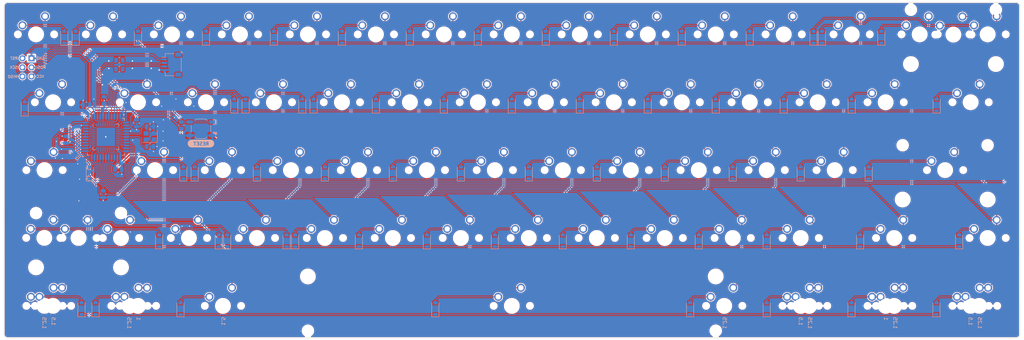
<source format=kicad_pcb>
(kicad_pcb (version 20211014) (generator pcbnew)
  (layers (0 "F.Cu" signal) (31 "B.Cu" signal) (34 "B.Paste" user) (35 "F.Paste" user) (36 "B.SilkS" user "B.Silkscreen") (37 "F.SilkS" user "F.Silkscreen") (38 "B.Mask" user) (39 "F.Mask" user) (44 "Edge.Cuts" user))
  (net 0 "")
  (net 1 "GND")
  (net 2 "XTAL2")
  (net 3 "XTAL1")
  (net 4 "Net-(D1-Pad2)")
  (net 5 "ROW0")
  (net 6 "Net-(D2-Pad2)")
  (net 7 "Net-(D3-Pad2)")
  (net 8 "Net-(D4-Pad2)")
  (net 9 "Net-(D5-Pad2)")
  (net 10 "Net-(D6-Pad2)")
  (net 11 "Net-(D7-Pad2)")
  (net 12 "Net-(D8-Pad2)")
  (net 13 "Net-(D9-Pad2)")
  (net 14 "Net-(D10-Pad2)")
  (net 15 "Net-(D11-Pad2)")
  (net 16 "Net-(D12-Pad2)")
  (net 17 "Net-(D13-Pad2)")
  (net 18 "Net-(D14-Pad2)")
  (net 19 "Net-(D15-Pad2)")
  (net 20 "Net-(D16-Pad2)")
  (net 21 "Net-(D17-Pad2)")
  (net 22 "ROW1")
  (net 23 "Net-(D18-Pad2)")
  (net 24 "Net-(D19-Pad2)")
  (net 25 "Net-(D20-Pad2)")
  (net 26 "Net-(D21-Pad2)")
  (net 27 "Net-(D22-Pad2)")
  (net 28 "Net-(D23-Pad2)")
  (net 29 "Net-(D24-Pad2)")
  (net 30 "Net-(D25-Pad2)")
  (net 31 "Net-(D26-Pad2)")
  (net 32 "Net-(D27-Pad2)")
  (net 33 "Net-(D28-Pad2)")
  (net 34 "Net-(D29-Pad2)")
  (net 35 "Net-(D30-Pad2)")
  (net 36 "Net-(D31-Pad2)")
  (net 37 "Net-(D32-Pad2)")
  (net 38 "ROW2")
  (net 39 "Net-(D33-Pad2)")
  (net 40 "Net-(D34-Pad2)")
  (net 41 "Net-(D35-Pad2)")
  (net 42 "Net-(D36-Pad2)")
  (net 43 "Net-(D37-Pad2)")
  (net 44 "Net-(D38-Pad2)")
  (net 45 "Net-(D39-Pad2)")
  (net 46 "Net-(D40-Pad2)")
  (net 47 "Net-(D41-Pad2)")
  (net 48 "Net-(D42-Pad2)")
  (net 49 "Net-(D43-Pad2)")
  (net 50 "Net-(D44-Pad2)")
  (net 51 "Net-(D45-Pad2)")
  (net 52 "Net-(D46-Pad2)")
  (net 53 "Net-(D47-Pad2)")
  (net 54 "ROW3")
  (net 55 "Net-(D48-Pad2)")
  (net 56 "Net-(D49-Pad2)")
  (net 57 "Net-(D50-Pad2)")
  (net 58 "Net-(D51-Pad2)")
  (net 59 "Net-(D52-Pad2)")
  (net 60 "Net-(D53-Pad2)")
  (net 61 "Net-(D54-Pad2)")
  (net 62 "Net-(D55-Pad2)")
  (net 63 "Net-(D56-Pad2)")
  (net 64 "Net-(D57-Pad2)")
  (net 65 "Net-(D58-Pad2)")
  (net 66 "Net-(D59-Pad2)")
  (net 67 "Net-(D60-Pad2)")
  (net 68 "Net-(D61-Pad2)")
  (net 69 "ROW4")
  (net 70 "Net-(D62-Pad2)")
  (net 71 "Net-(D63-Pad2)")
  (net 72 "D+")
  (net 73 "D-")
  (net 74 "MOSI")
  (net 75 "SCK")
  (net 76 "MISO")
  (net 77 "COL0")
  (net 78 "COL1")
  (net 79 "COL2")
  (net 80 "COL3")
  (net 81 "COL4")
  (net 82 "COL5")
  (net 83 "COL6")
  (net 84 "COL7")
  (net 85 "COL8")
  (net 86 "COL9")
  (net 87 "COL10")
  (net 88 "COL11")
  (net 89 "COL12")
  (net 90 "COL13")
  (net 91 "COL14")
  (net 92 "+5V")
  (net 93 "/MCU_D+")
  (net 94 "/MCU_D-")
  (net 95 "Net-(C6-Pad1)")
  (net 96 "Net-(R3-Pad2)")
  (net 97 "RST")
  (net 98 "unconnected-(U1-Pad18)")
  (net 99 "unconnected-(U1-Pad42)")
  (net 100 "/RGB")
  (net 101 "Net-(D64-Pad2)")
  (footprint "MX_Only:MXOnly-1U-NoLED" (layer "F.Cu") (at 78.39125 86.03)
    (fp_text reference "MX1" hide)
    (fp_text value "1u")
  )
  (footprint "MX_Only:MXOnly-1U-NoLED" (layer "F.Cu") (at 97.44125 86.03)
    (fp_text reference "MX2" hide)
    (fp_text value "1u")
  )
  (footprint "MX_Only:MXOnly-1U-NoLED" (layer "F.Cu") (at 116.49125 86.03)
    (fp_text reference "MX3" hide)
    (fp_text value "1u")
  )
  (footprint "MX_Only:MXOnly-1U-NoLED" (layer "F.Cu") (at 135.54125 86.03)
    (fp_text reference "MX4" hide)
    (fp_text value "1u")
  )
  (footprint "MX_Only:MXOnly-1U-NoLED" (layer "F.Cu") (at 154.59125 86.03)
    (fp_text reference "MX5" hide)
    (fp_text value "1u")
  )
  (footprint "MX_Only:MXOnly-1U-NoLED" (layer "F.Cu") (at 173.64125 86.03)
    (fp_text reference "MX6" hide)
    (fp_text value "1u")
  )
  (footprint "MX_Only:MXOnly-1U-NoLED" (layer "F.Cu") (at 192.69125 86.03)
    (fp_text reference "MX7" hide)
    (fp_text value "1u")
  )
  (footprint "MX_Only:MXOnly-1U-NoLED" (layer "F.Cu") (at 230.79125 86.03)
    (fp_text reference "MX9" hide)
    (fp_text value "1u")
  )
  (footprint "MX_Only:MXOnly-1U-NoLED" (layer "F.Cu") (at 249.84125 86.03)
    (fp_text reference "MX10" hide)
    (fp_text value "1u")
  )
  (footprint "MX_Only:MXOnly-1U-NoLED" (layer "F.Cu") (at 268.89125 86.03)
    (fp_text reference "MX11" hide)
    (fp_text value "1u")
  )
  (footprint "MX_Only:MXOnly-1U-NoLED" (layer "F.Cu") (at 287.94125 86.03)
    (fp_text reference "MX12" hide)
    (fp_text value "1u")
  )
  (footprint "MX_Only:MXOnly-1U-NoLED" (layer "F.Cu") (at 306.99125 86.03)
    (fp_text reference "MX13" hide)
    (fp_text value "1u")
  )
  (footprint "MX_Only:MXOnly-1U-NoLED" (layer "F.Cu") (at 326.04125 86.03)
    (fp_text reference "MX14" hide)
    (fp_text value "1u")
  )
  (footprint "MX_Only:MXOnly-1.5U-NoLED" (layer "F.Cu") (at 83.15375 105.08)
    (fp_text reference "MX17" hide)
    (fp_text value "1.5u")
  )
  (footprint "MX_Only:MXOnly-1U-NoLED" (layer "F.Cu") (at 106.96625 105.08)
    (fp_text reference "MX18" hide)
    (fp_text value "1u")
  )
  (footprint "MX_Only:MXOnly-1U-NoLED" (layer "F.Cu") (at 126.01625 105.08)
    (fp_text reference "MX19" hide)
    (fp_text value "1u")
  )
  (footprint "MX_Only:MXOnly-1U-NoLED" (layer "F.Cu") (at 145.06625 105.08)
    (fp_text reference "MX20" hide)
    (fp_text value "1u")
  )
  (footprint "MX_Only:MXOnly-1U-NoLED" (layer "F.Cu") (at 164.11625 105.08)
    (fp_text reference "MX21" hide)
    (fp_text value "1u")
  )
  (footprint "MX_Only:MXOnly-1U-NoLED" (layer "F.Cu") (at 183.16625 105.08)
    (fp_text reference "MX22" hide)
    (fp_text value "1u")
  )
  (footprint "MX_Only:MXOnly-1U-NoLED" (layer "F.Cu") (at 202.21625 105.08)
    (fp_text reference "MX23" hide)
    (fp_text value "1u")
  )
  (footprint "MX_Only:MXOnly-1U-NoLED" (layer "F.Cu") (at 221.26625 105.08)
    (fp_text reference "MX24" hide)
    (fp_text value "1u")
  )
  (footprint "MX_Only:MXOnly-1U-NoLED" (layer "F.Cu") (at 240.31625 105.08)
    (fp_text reference "MX25" hide)
    (fp_text value "1u")
  )
  (footprint "MX_Only:MXOnly-1U-NoLED" (layer "F.Cu") (at 259.36625 105.08)
    (fp_text reference "MX26" hide)
    (fp_text value "1u")
  )
  (footprint "MX_Only:MXOnly-1U-NoLED" (layer "F.Cu") (at 278.41625 105.08)
    (fp_text reference "MX27" hide)
    (fp_text value "1u")
  )
  (footprint "MX_Only:MXOnly-1U-NoLED" (layer "F.Cu") (at 297.46625 105.08)
    (fp_text reference "MX28" hide)
    (fp_text value "1u")
  )
  (footprint "MX_Only:MXOnly-1U-NoLED" (layer "F.Cu") (at 316.51625 105.08)
    (fp_text reference "MX29" hide)
    (fp_text value "1u")
  )
  (footprint "MX_Only:MXOnly-1.5U-NoLED" (layer "F.Cu") (at 340.32875 105.08)
    (fp_text reference "MX30" hide)
    (fp_text value "1.5u")
  )
  (footprint "MX_Only:MXOnly-1.25U-NoLED" (layer "F.Cu") (at 80.7725 124.13)
    (fp_text reference "MX31" hide)
    (fp_text value "1.25u")
  )
  (footprint "MX_Only:MXOnly-1U-NoLED" (layer "F.Cu") (at 111.72875 124.13)
    (fp_text reference "MX33" hide)
    (fp_text value "1u")
  )
  (footprint "MX_Only:MXOnly-1U-NoLED" (layer "F.Cu") (at 130.77875 124.13)
    (fp_text reference "MX34" hide)
    (fp_text value "1u")
  )
  (footprint "MX_Only:MXOnly-1U-NoLED" (layer "F.Cu") (at 149.82875 124.13)
    (fp_text reference "MX35" hide)
    (fp_text value "1u")
  )
  (footprint "MX_Only:MXOnly-1U-NoLED" (layer "F.Cu") (at 168.87875 124.13)
    (fp_text reference "MX36" hide)
    (fp_text value "1u")
  )
  (footprint "MX_Only:MXOnly-1U-NoLED" (layer "F.Cu") (at 187.92875 124.13)
    (fp_text reference "MX37" hide)
    (fp_text value "1u")
  )
  (footprint "MX_Only:MXOnly-1U-NoLED" (layer "F.Cu") (at 206.97875 124.13)
    (fp_text reference "MX38" hide)
    (fp_text value "1u")
  )
  (footprint "MX_Only:MXOnly-1U-NoLED" (layer "F.Cu") (at 226.02875 124.13)
    (fp_text reference "MX39" hide)
    (fp_text value "1u")
  )
  (footprint "MX_Only:MXOnly-1U-NoLED" (layer "F.Cu") (at 245.07875 124.13)
    (fp_text reference "MX40" hide)
    (fp_text value "1u")
  )
  (footprint "MX_Only:MXOnly-1U-NoLED" (layer "F.Cu") (at 264.12875 124.13)
    (fp_text reference "MX41" hide)
    (fp_text value "1u")
  )
  (footprint "MX_Only:MXOnly-1U-NoLED" (layer "F.Cu") (at 283.17875 124.13)
    (fp_text reference "MX42" hide)
    (fp_text value "1u")
  )
  (footprint "MX_Only:MXOnly-1U-NoLED" (layer "F.Cu") (at 302.22875 124.13)
    (fp_text reference "MX43" hide)
    (fp_text value "1u")
  )
  (footprint "MX_Only:MXOnly-2.25U-NoLED" (layer "F.Cu") (at 333.185 124.13)
    (fp_text reference "MX44" hide)
    (fp_text value "2.25u")
  )
  (footprint "MX_Only:MXOnly-1U-NoLED" (layer "F.Cu") (at 121.25375 143.18)
    (fp_text reference "MX46" hide)
    (fp_text value "1u")
  )
  (footprint "MX_Only:MXOnly-1U-NoLED" (layer "F.Cu") (at 140.30375 143.18)
    (fp_text reference "MX47" hide)
    (fp_text value "1u")
  )
  (footprint "MX_Only:MXOnly-1U-NoLED" (layer "F.Cu") (at 159.35375 143.18)
    (fp_text reference "MX48" hide)
    (fp_text value "1u")
  )
  (footprint "MX_Only:MXOnly-1U-NoLED" (layer "F.Cu") (at 178.40375 143.18)
    (fp_text reference "MX49" hide)
    (fp_text value "1u")
  )
  (footprint "MX_Only:MXOnly-1U-NoLED" (layer "F.Cu") (at 197.45375 143.18)
    (fp_text reference "MX50" hide)
    (fp_text value "1u")
  )
  (footprint "MX_Only:MXOnly-1U-NoLED" (layer "F.Cu") (at 216.50375 143.18)
    (fp_text reference "MX51" hide)
    (fp_text value "1u")
  )
  (footprint "MX_Only:MXOnly-1U-NoLED" (layer "F.Cu") (at 235.55375 143.18)
    (fp_text reference "MX52" hide)
    (fp_text value "1u")
  )
  (footprint "MX_Only:MXOnly-1U-NoLED" (layer "F.Cu") (at 254.60375 143.18)
    (fp_text reference "MX53" hide)
    (fp_text value "1u")
  )
  (footprint "MX_Only:MXOnly-1U-NoLED" (layer "F.Cu") (at 273.65375 143.18)
    (fp_text reference "MX54" hide)
    (fp_text value "1u")
  )
  (footprint "MX_Only:MXOnly-1U-NoLED" (layer "F.Cu") (at 292.70375 143.18)
    (fp_text reference "MX55" hide)
    (fp_text value "1u")
  )
  (footprint "MX_Only:MXOnly-1.75U-NoLED" (layer "F.Cu") (at 318.8975 143.18)
    (fp_text reference "MX56" hide)
    (fp_text value "1.75u")
  )
  (footprint "MX_Only:MXOnly-1U-NoLED" (layer "F.Cu") (at 345.09125 143.18)
    (fp_text reference "MX57" hide)
    (fp_text value "1u")
  )
  (footprint "MX_Only:MXOnly-1.25U-NoLED" (layer "F.Cu") (at 104.585 162.23)
    (fp_text reference "MX60" hide)
    (fp_text value "1.25u")
  )
  (footprint "MX_Only:MXOnly-1.25U-NoLED" (layer "F.Cu") (at 271.2725 162.23)
    (fp_text reference "MX63" hide)
    (fp_text value "1.25u")
  )
  (footprint "MX_Only:MXOnly-1.25U-NoLED" (layer "F.Cu") (at 295.085 162.23)
    (fp_text reference "MX64" hide)
    (fp_text value "1.25u")
  )
  (footprint "MX_Only:MXOnly-1.25U-NoLED" (layer "F.Cu") (at 318.8975 162.23)
    (fp_text reference "MX65" hide)
    (fp_text value "1.25u")
  )
  (footprint "MX_Only:MXOnly-1.25U-NoLED" (layer "F.Cu") (at 342.71 162.23)
    (fp_text reference "MX66" hide)
    (fp_text value "1.25u")
  )
  (footprint "MX_Only:MXOnly-1.5U-NoLED" (layer "F.Cu") (at 292.70375 162.23)
    (fp_text reference "MX71" hide)
    (fp_text value "1.5u")
  )
  (footprint "MX_Only:MXOnly-1U-NoLED" (layer "F.Cu") (at 211.74125 86.03)
    (fp_text reference "MX8" hide)
    (fp_text value "1u")
  )
  (footprint "MX_Only:MXOnly-1U-NoLED" (layer "F.Cu") (at 106.96625 162.23)
    (fp_text reference "MX68" hide)
    (fp_text value "1u")
  )
  (footprint "MX_Only:MXOnly-1.5U-NoLED" (layer "F.Cu") (at 130.77875 162.23)
    (fp_text reference "MX69" hide)
    (fp_text value "1.5u")
  )
  (footprint "MX_Only:MXOnly-7U-ReversedStabilizers-NoLED" (layer "F.Cu") (at 211.74125 162.23)
    (fp_text reference "MX70" hide)
    (fp_text value "7u")
  )
  (footprint "MX_Only:MXOnly-1U-NoLED" (layer "F.Cu") (at 316.51625 162.23)
    (fp_text reference "MX72" hide)
    (fp_text value "1u")
  )
  (footprint "MX_Only:MXOnly-1.5U-NoLED" (layer "F.Cu") (at 340.32875 162.23)
    (fp_text reference "MX73" hide)
    (fp_text value "1.5u")
  )
  (footprint "MX_Only:MXOnly-1.25U-NoLED" (layer "F.Cu") (at 80.7725 162.23)
    (fp_text reference "MX59" hide)
    (fp_text value "1.25u")
  )
  (footprint "MX_Only:MXOnly-1.5U-NoLED" (layer "F.Cu") (at 83.15375 162.23)
    (fp_text reference "MX67" hide)
    (fp_text value "1.5u")
  )
  (footprint "MX_Only:MXOnly-1U-NoLED" (layer "F.Cu") (at 345.09125 86.03)
    (fp_text reference "MX15" hide)
    (fp_text value "1u")
  )
  (footprint "MX_Only:MXOnly-1U-NoLED" (layer "F.Cu") (at 102.20375 143.18)
    (fp_text reference "MX32" hide)
    (fp_text value "1u")
  )
  (footprint "MX_Only:MXOnly-1.25U-NoLED" (layer "F.Cu") (at 80.71875 143.15)
    (fp_text reference "MX16" hide)
    (fp_text value "1.25u")
  )
  (footprint "MX_Only:MXOnly-2.25U-NoLED" (layer "F.Cu") (at 90.3 143.17555)
    (fp_text reference "MX58")
    (fp_text value "2.25u")
  )
  (footprint "MX_Only:MXOnly-2U-NoLED" (layer "F.Cu") (at 335.5 86.1)
    (fp_text reference "MX45")
    (fp_text value "2u")
  )
  (footprint "Connector_JST:JST_SH_SM04B-SRSS-TB_1x04-1MP_P1.00mm_Horizontal" (layer "B.Cu") (at 116.39125 94.53 -90)
    (fp_text reference "J1" hide)
    (fp_text value "SM04B-SRSS-TB(LF)(SN)")
  )
  (footprint "bakeneko:ISP" (layer "B.Cu") (at 74.58125 97.837501)
    (fp_text reference "J2" hide)
    (fp_text value "AVR-ISP-6")
  )
  (footprint "Resistor_SMD:R_0805_2012Metric" (layer "B.Cu") (at 101.73125 95.78)
    (fp_text reference "R1" hide)
    (fp_text value "22R")
  )
  (footprint "Resistor_SMD:R_0805_2012Metric" (layer "B.Cu") (at 101.73125 93.28)
    (fp_text reference "R2" hide)
    (fp_text value "22R")
  )
  (footprint "Button_Switch_SMD:SW_SPST_TL3342" (layer "B.Cu") (at 124.635 112.515)
    (fp_text reference "SW1" hide)
    (fp_text value "Reset")
  )
  (footprint "Capacitor_SMD:C_0805_2012Metric" (layer "B.Cu") (at 110.35125 111.9 180)
    (fp_text reference "C5" hide)
    (fp_text value "22p")
  )
  (footprint "Capacitor_SMD:C_0805_2012Metric" (layer "B.Cu") (at 92.515 105.78 180)
    (fp_text reference "C4" hide)
    (fp_text value "10u")
  )
  (footprint "Capacitor_SMD:C_0805_2012Metric" (layer "B.Cu") (at 101.45125 123.94)
    (fp_text reference "C3" hide)
    (fp_text value "100n")
  )
  (footprint "Package_DFN_QFN:QFN-44-1EP_7x7mm_P0.5mm_EP5.2x5.2mm" (layer "B.Cu") (at 97.945 114.78875 -90)
    (fp_text reference "U2" hide)
    (fp_text value "ATmega32U4-MU")
  )
  (footprint "Crystal:Crystal_SMD_3225-4Pin_3.2x2.5mm" (layer "B.Cu") (at 110.35125 114.7 180)
    (fp_text reference "Y1" hide)
    (fp_text value "16MHz")
  )
  (footprint "Capacitor_SMD:C_0805_2012Metric" (layer "B.Cu") (at 106.55125 110.95 -90)
    (fp_text reference "C1" hide)
    (fp_text value "100n")
  )
  (footprint "Resistor_SMD:R_0805_2012Metric" (layer "B.Cu") (at 119.10125 111.55 -90)
    (fp_text reference "R4" hide)
    (fp_text value "10k")
  )
  (footprint "Diode_SMD:D_SOD-123" (layer "B.Cu") (at 86.32875 86.82375 90)
    (fp_text reference "D1" hide)
    (fp_text value "1N4148")
  )
  (footprint "Diode_SMD:D_SOD-123" (layer "B.Cu") (at 89.50375 86.82375 90)
    (fp_text reference "D2" hide)
    (fp_text value "1N4148")
  )
  (footprint "Diode_SMD:D_SOD-123" (layer "B.Cu") (at 106.96625 86.82375 90)
    (fp_text reference "D3" hide)
    (fp_text value "1N4148")
  )
  (footprint "Diode_SMD:D_SOD-123" (layer "B.Cu") (at 126.01625 86.82375 90)
    (fp_text reference "D4" hide)
    (fp_text value "1N4148")
  )
  (footprint "Diode_SMD:D_SOD-123" (layer "B.Cu") (at 145.06625 86.82375 90)
    (fp_text reference "D5" hide)
    (fp_text value "1N4148")
  )
  (footprint "Diode_SMD:D_SOD-123" (layer "B.Cu") (at 164.11625 86.82375 90)
    (fp_text reference "D6" hide)
    (fp_text value "1N4148")
  )
  (footprint "Diode_SMD:D_SOD-123" (layer "B.Cu") (at 183.16625 86.82375 90)
    (fp_text reference "D7" hide)
    (fp_text value "1N4148")
  )
  (footprint "Diode_SMD:D_SOD-123" (layer "B.Cu") (at 202.21625 86.82375 90)
    (fp_text reference "D8" hide)
    (fp_text value "1N4148")
  )
  (footprint "Diode_SMD:D_SOD-123" (layer "B.Cu") (at 221.26625 86.82375 90)
    (fp_text reference "D9" hide)
    (fp_text value "1N4148")
  )
  (footprint "Diode_SMD:D_SOD-123" (layer "B.Cu") (at 240.31625 86.82375 90)
    (fp_text reference "D10" hide)
    (fp_text value "1N4148")
  )
  (footprint "Diode_SMD:D_SOD-123" (layer "B.Cu") (at 259.36625 86.82375 90)
    (fp_text reference "D11" hide)
    (fp_text value "1N4148")
  )
  (footprint "Diode_SMD:D_SOD-123" (layer "B.Cu") (at 278.41625 86.82375 90)
    (fp_text reference "D12" hide)
    (fp_text value "1N4148")
  )
  (footprint "Diode_SMD:D_SOD-123" (layer "B.Cu") (at 315.3 86.82375 90)
    (fp_text reference "D14" hide)
    (fp_text value "1N4148")
  )
  (footprint "Diode_SMD:D_SOD-123" (layer "B.Cu") (at 296.3 86.82375 90)
    (fp_text reference "D15" hide)
    (fp_text value "1N4148")
  )
  (footprint "Diode_SMD:D_SOD-123" (layer "B.Cu") (at 75.21625 106.6675 90)
    (fp_text reference "D16" hide)
    (fp_text value "1N4148")
  )
  (footprint "Diode_SMD:D_SOD-123" (layer "B.Cu") (at 137.12875 105.87375 90)
    (fp_text reference "D17" hide)
    (fp_text value "1N4148")
  )
  (footprint "Diode_SMD:D_SOD-123" (layer "B.Cu") (at 133.95375 105.87375 90)
    (fp_text reference "D18" hide)
    (fp_text value "1N4148")
  )
  (footprint "Diode_SMD:D_SOD-123" (layer "B.Cu") (at 153.00375 105.87375 90)
    (fp_text reference "D19" hide)
    (fp_text value "1N4148")
  )
  (footprint "Diode_SMD:D_SOD-123" (layer "B.Cu") (at 156.17875 105.87375 90)
    (fp_text reference "D20" hide)
    (fp_text value "1N4148")
  )
  (footprint "Diode_SMD:D_SOD-123" (layer "B.Cu") (at 173.64125 105.87375 90)
    (fp_text reference "D21" hide)
    (fp_text value "1N4148")
  )
  (footprint "Diode_SMD:D_SOD-123" (layer "B.Cu") (at 192.69125 105.87375 90)
    (fp_text reference "D22" hide)
    (fp_text value "1N4148")
  )
  (footprint "Diode_SMD:D_SOD-123" (layer "B.Cu") (at 211.74125 105.87375 90)
    (fp_text reference "D23" hide)
    (fp_text value "1N4148")
  )
  (footprint "Diode_SMD:D_SOD-123" (layer "B.Cu") (at 230.79125 105.87375 90)
    (fp_text reference "D24" hide)
    (fp_text value "1N4148")
  )
  (footprint "Diode_SMD:D_SOD-123" (layer "B.Cu") (at 249.84125 105.87375 90)
    (fp_text reference "D25" hide)
    (fp_text value "1N4148")
  )
  (footprint "Diode_SMD:D_SOD-123" (layer "B.Cu") (at 268.89125 105.87375 90)
    (fp_text reference "D26" hide)
    (fp_text value "1N4148")
  )
  (footprint "Diode_SMD:D_SOD-123" (layer "B.Cu") (at 287.94125 105.87375 90)
    (fp_text reference "D27" hide)
    (fp_text value "1N4148")
  )
  (footprint "Diode_SMD:D_SOD-123" (layer "B.Cu") (at 306.99125 105.87375 90)
    (fp_text reference "D28" hide)
    (fp_text value "1N4148")
  )
  (footprint "Diode_SMD:D_SOD-123" (layer "B.Cu") (at 330.80375 105.87375 90)
    (fp_text reference "D29" hide)
    (fp_text value "1N4148")
  )
  (footprint "Diode_SMD:D_SOD-123" (layer "B.Cu") (at 93.4725 124.92375 90)
    (fp_text reference "D30" hide)
    (fp_text value "1N4148")
  )
  (footprint "Diode_SMD:D_SOD-123" (layer "B.Cu") (at 119.66625 124.92375 90)
    (fp_text reference "D31" hide)
    (fp_text value "1N4148")
  )
  (footprint "Diode_SMD:D_SOD-123" (layer "B.Cu") (at 122.84125 124.92375 90)
    (fp_text reference "D32" hide)
    (fp_text value "1N4148")
  )
  (footprint "Diode_SMD:D_SOD-123" (layer "B.Cu") (at 140.30375 124.92375 90)
    (fp_text reference "D33" hide)
    (fp_text value "1N4148")
  )
  (footprint "Diode_SMD:D_SOD-123" (layer "B.Cu") (at 178.40375 124.92375 90)
    (fp_text reference "D35" hide)
    (fp_text value "1N4148")
  )
  (footprint "Diode_SMD:D_SOD-123" (layer "B.Cu") (at 197.45375 124.92375 90)
    (fp_text reference "D36" hide)
    (fp_text value "1N4148")
  )
  (footprint "Diode_SMD:D_SOD-123" (layer "B.Cu") (at 216.50375 124.92375 90)
    (fp_text reference "D37" hide)
    (fp_text value "1N4148")
  )
  (footprint "Diode_SMD:D_SOD-123" (layer "B.Cu") (at 235.55375 124.92375 90)
    (fp_text reference "D38" hide)
    (fp_text value "1N4148")
  )
  (footprint "Diode_SMD:D_SOD-123" (layer "B.Cu") (at 254.60375 124.92375 90)
    (fp_text reference "D39" hide)
    (fp_text value "1N4148")
  )
  (footprint "Diode_SMD:D_SOD-123" (layer "B.Cu") (at 273.65375 124.92375 90)
    (fp_text reference "D40" hide)
    (fp_text value "1N4148")
  )
  (footprint "Diode_SMD:D_SOD-123" (layer "B.Cu") (at 292.70375 124.92375 90)
    (fp_text reference "D41" hide)
    (fp_text value "1N4148")
  )
  (footprint "Diode_SMD:D_SOD-123" (layer "B.Cu") (at 311.75 124.95 90)
    (fp_text reference "D42" hide)
    (fp_text value "1N4148")
  )
  (footprint "Diode_SMD:D_SOD-123" (layer "B.Cu") (at 131.95 144 90)
    (fp_text reference "D43" hide)
    (fp_text value "1N4148")
  )
  (footprint "Diode_SMD:D_SOD-123" (layer "B.Cu") (at 129.6 143.97375 90)
    (fp_text reference "D44" hide)
    (fp_text value "1N4148")
  )
  (footprint "Diode_SMD:D_SOD-123" (layer "B.Cu") (at 148.62125 144 90)
    (fp_text reference "D45" hide)
    (fp_text value "1N4148")
  )
  (footprint "Diode_SMD:D_SOD-123" (layer "B.Cu") (at 151 144 90)
    (fp_text reference "D46" hide)
    (fp_text value "1N4148")
  )
  (footprint "Diode_SMD:D_SOD-123" (layer "B.Cu") (at 168.87875 143.97375 90)
    (fp_text reference "D47" hide)
    (fp_text value "1N4148")
  )
  (footprint "Diode_SMD:D_SOD-123" (layer "B.Cu") (at 187.92875 143.97375 90)
    (fp_text reference "D48" hide)
    (fp_text value "1N4148")
  )
  (footprint "Diode_SMD:D_SOD-123" (layer "B.Cu") (at 206.97875 143.97375 90)
    (fp_text reference "D49" hide)
    (fp_text value "1N4148")
  )
  (footprint "Diode_SMD:D_SOD-123" (layer "B.Cu") (at 226.02875 143.97375 90)
    (fp_text reference "D50" hide)
    (fp_text value "1N4148")
  )
  (footprint "Diode_SMD:D_SOD-123" (layer "B.Cu") (at 245.07875 143.97375 90)
    (fp_text reference "D51" hide)
    (fp_text value "1N4148")
  )
  (footprint "Diode_SMD:D_SOD-123" (layer "B.Cu") (at 264.12875 143.97375 90)
    (fp_text reference "D52" hide)
    (fp_text value "1N4148")
  )
  (footprint "Diode_SMD:D_SOD-123" (layer "B.Cu") (at 283.17875 143.97375 90)
    (fp_text reference "D53" hide)
    (fp_text value "1N4148")
  )
  (footprint "Diode_SMD:D_SOD-123" (layer "B.Cu") (at 309.3725 143.97375 90)
    (fp_text reference "D54" hide)
    (fp_text value "1N4148")
  )
  (footprint "Diode_SMD:D_SOD-123" (layer "B.Cu") (at 337.10625 143.97375 90)
    (fp_text reference "D55" hide)
    (fp_text value "1N4148")
  )
  (footprint "Diode_SMD:D_SOD-123" (layer "B.Cu") (at 91.13875 163.02375 90)
    (fp_text reference "D56" hide)
    (fp_text value "1N4148")
  )
  (footprint "Diode_SMD:D_SOD-123" (layer "B.Cu") (at 95.06 163.02375 90)
    (fp_text reference "D57" hide)
    (fp_text value "1N4148")
  )
  (footprint "Diode_SMD:D_SOD-123" (layer "B.Cu") (at 118.8725 163.02375 90)
    (fp_text reference "D58" hide)
    (fp_text value "1N4148")
  )
  (footprint "Diode_SMD:D_SOD-123" (layer "B.Cu") (at 190.31 163.02375 90)
    (fp_text reference "D59" hide)
    (fp_text value "1N4148")
  )
  (footprint "Diode_SMD:D_SOD-123" (layer "B.Cu") (at 283.17875 163.02375 90)
    (fp_text reference "D61" hide)
    (fp_text value "1N4148")
  )
  (footprint "Diode_SMD:D_SOD-123" (layer "B.Cu") (at 306.94125 163.02375 90)
    (fp_text reference "D62" hide)
    (fp_text value "1N4148")
  )
  (footprint "Diode_SMD:D_SOD-123" (layer "B.Cu") (at 330.75375 163.02375 90)
    (fp_text reference "D63" hide)
    (fp_text value "1N4148")
  )
  (footprint "Diode_SMD:D_SOD-123" (layer "B.Cu") (at 298.65 86.82375 90)
    (fp_text reference "D13" hide)
    (fp_text value "1N4148")
  )
  (footprint "Capacitor_SMD:C_0805_2012Metric" (layer "B.Cu") (at 97.51125 104.5 -90)
    (fp_text reference "C6" hide)
    (fp_text value "1u")
  )
  (footprint "Capacitor_SMD:C_0805_2012Metric" (layer "B.Cu") (at 110.35125 117.5 180)
    (fp_text reference "C7" hide)
    (fp_text value "22p")
  )
  (footprint "Resistor_SMD:R_0805_2012Metric" (layer "B.Cu") (at 97.20375 130.8675 90)
    (fp_text reference "R3" hide)
    (fp_text value "10k")
  )
  (footprint "Diode_SMD:D_SOD-123" (layer "B.Cu") (at 159.35375 124.92375 90)
    (fp_text reference "D34" hide)
    (fp_text value "1N4148")
  )
  (footprint "Diode_SMD:D_SOD-123" (layer "B.Cu") (at 261.70625 163.02375 90)
    (fp_text reference "D60" hide)
    (fp_text value "1N4148")
  )
  (footprint "Capacitor_SMD:C_0805_2012Metric" (layer "B.Cu") (at 86.80375 115.58 90)
    (fp_text reference "C2" hide)
    (fp_text value "100n")
  )
  (footprint "Package_QFP:TQFP-44_10x10mm_P0.8mm" (layer "B.Cu") (at 97.995 114.78875 -90)
    (fp_text reference "U1" hide)
    (fp_text value "ATmega32U4-AU")
  )
  (footprint "kibuzzard-625C01EF" (layer "B.Cu") (at 124.60375 116.68 180)
    (fp_text reference "kibuzzard-625C01EF" hide)
    (fp_text value "G***" hide)
  )
  (footprint "Diode_SMD:D_SOD-123" (layer "B.Cu") (at 112.9 144 90)
    (fp_text reference "D64" hide)
    (fp_text value "1N4148")
  )
  (gr_line (start 354.142893 170.242893) (end 354.15 78) (layer "Edge.Cuts") (width 0.1))
  (gr_arc (start 70.392893 171.242893) (mid 69.685786 170.95) (end 69.392893 170.242893) (layer "Edge.Cuts") (width 0.1))
  (gr_line (start 69.392893 170.242893) (end 69.4 78) (layer "Edge.Cuts") (width 0.1))
  (gr_arc (start 353.15 77) (mid 353.857107 77.292893) (end 354.15 78) (layer "Edge.Cuts") (width 0.1))
  (gr_arc (start 354.142893 170.242893) (mid 353.85 170.95) (end 353.142893 171.242893) (layer "Edge.Cuts") (width 0.1))
  (gr_arc (start 69.4 78) (mid 69.692893 77.292893) (end 70.4 77) (layer "Edge.Cuts") (width 0.1))
  (gr_line (start 70.392893 171.242893) (end 353.142893 171.242893) (layer "Edge.Cuts") (width 0.1))
  (gr_line (start 70.4 77) (end 353.15 77) (layer "Edge.Cuts") (width 0.1))
  (gr_text "1.25" (at 104.5 167 -90) (layer "B.SilkS") (effects (font (size 1 1)) (justify mirror)))
  (gr_text "1.25" (at 319.2 167 -90) (layer "B.SilkS") (effects (font (size 1 1)) (justify mirror)))
  (gr_text "1.25" (at 271.4 167 -90) (layer "B.SilkS") (effects (font (size 1 1)) (justify mirror)))
  (gr_text "1" (at 316.6 165.809524 -90) (layer "B.SilkS") (effects (font (size 1 1)) (justify mirror)))
  (gr_text "1.5" (at 130.9 166.52381 -90) (layer "B.SilkS") (effects (font (size 1 1)) (justify mirror)))
  (gr_text "1.5" (at 340.3 166.52381 -90) (layer "B.SilkS") (effects (font (size 1 1)) (justify mirror)))
  (gr_text "1.5" (at 83.3 166.52381 -90) (layer "B.SilkS") (effects (font (size 1 1)) (justify mirror)))
  (gr_text "1.25" (at 80.7 167 -90) (layer "B.SilkS") (effects (font (size 1 1)) (justify mirror)))
  (gr_text "1.25" (at 342.9 167 -90) (layer "B.SilkS") (effects (font (size 1 1)) (justify mirror)))
  (gr_text "1.5" (at 292.7 166.52381 -90) (layer "B.SilkS") (effects (font (size 1 1)) (justify mirror)))
  (gr_text "1.25" (at 295.3 167 -90) (layer "B.SilkS") (effects (font (size 1 1)) (justify mirror)))
  (gr_text "1" (at 107.1 165.809524 -90) (layer "B.SilkS") (effects (font (size 1 1)) (justify mirror)))
  (via (at 122.60375 106.18) (size 0.6) (drill 0.3) (layers "F.Cu" "B.Cu") (net 1))
  (via (at 97.00375 100.18) (size 0.8) (drill 0.4) (layers "F.Cu" "B.Cu") (net 1))
  (via (at 117.20375 109.38) (size 0.6) (drill 0.3) (layers "F.Cu" "B.Cu") (net 1))
  (via (at 85.70375 114.58) (size 0.6) (drill 0.3) (layers "F.Cu" "B.Cu") (net 1))
  (via (at 119.35 139.9) (size 0.6) (drill 0.3) (layers "F.Cu" "B.Cu") (net 1))
  (via (at 114.095 110.01) (size 0.6) (drill 0.3) (layers "F.Cu" "B.Cu") (net 1))
  (via (at 111.295 118.91) (size 0.6) (drill 0.3) (layers "F.Cu" "B.Cu") (net 1))
  (via (at 106.55375 112.78) (size 0.6) (drill 0.3) (layers "F.Cu" "B.Cu") (net 1))
  (via (at 117.60375 104.18) (size 0.6) (drill 0.3) (layers "F.Cu" "B.Cu") (net 1))
  (via (at 97.495 104.61) (size 0.6) (drill 0.3) (layers "F.Cu" "B.Cu") (net 1))
  (via (at 104.85 141.5) (size 0.6) (drill 0.3) (layers "F.Cu" "B.Cu") (net 1))
  (via (at 113.995 115.91) (size 0.6) (drill 0.3) (layers "F.Cu" "B.Cu") (net 1))
  (via (at 98.80375 93.48) (size 0.8) (drill 0.4) (layers "F.Cu" "B.Cu") (net 1))
  (via (at 90.40375 132.78) (size 0.6) (drill 0.3) (layers "F.Cu" "B.Cu") (net 1))
  (via (at 112.90375 96.03) (size 0.8) (drill 0.4) (layers "F.Cu" "B.Cu") (net 1))
  (via (at 118.8 141.85) (size 0.6) (drill 0.3) (layers "F.Cu" "B.Cu") (net 1))
  (via (at 85.50375 118.28) (size 0.6) (drill 0.3) (layers "F.Cu" "B.Cu") (net 1))
  (via (at 97.945 114.78875) (size 0.8) (drill 0.4) (layers "F.Cu" "B.Cu") (net 1))
  (via (at 105.40375 93.48) (size 0.8) (drill 0.4) (layers "F.Cu" "B.Cu") (net 1))
  (via (at 113.995 113.21) (size 0.6) (drill 0.3) (layers "F.Cu" "B.Cu") (net 1))
  (via (at 104.90375 113.18) (size 0.6) (drill 0.3) (layers "F.Cu" "B.Cu") (net 1))
  (via (at 90.10375 122.38) (size 0.6) (drill 0.3) (layers "F.Cu" "B.Cu") (net 1))
  (via (at 91.10375 111.58) (size 0.6) (drill 0.3) (layers "F.Cu" "B.Cu") (net 1))
  (via (at 113.60375 106.18) (size 0.6) (drill 0.3) (layers "F.Cu" "B.Cu") (net 1))
  (via (at 112.50375 111.88) (size 0.6) (drill 0.3) (layers "F.Cu" "B.Cu") (net 1))
  (via (at 111.30375 110.58) (size 0.6) (drill 0.3) (layers "F.Cu" "B.Cu") (net 1))
  (via (at 103.60375 105.18) (size 0.6) (drill 0.3) (layers "F.Cu" "B.Cu") (net 1))
  (via (at 97.20375 132.6675) (size 0.6) (drill 0.3) (layers "F.Cu" "B.Cu") (net 1))
  (via (at 94.60375 104.18) (size 0.6) (drill 0.3) (layers "F.Cu" "B.Cu") (net 1))
  (via (at 110.70375 95.58) (size 0.8) (drill 0.4) (layers "F.Cu" "B.Cu") (net 1))
  (via (at 90.60375 126.68) (size 0.6) (drill 0.3) (layers "F.Cu" "B.Cu") (net 1))
  (via (at 98.80375 95.58) (size 0.8) (drill 0.4) (layers "F.Cu" "B.Cu") (net 1))
  (via (at 121.4 139.85) (size 0.6) (drill 0.3) (layers "F.Cu" "B.Cu") (net 1))
  (via (at 102.40375 125.28) (size 0.6) (drill 0.3) (layers "F.Cu" "B.Cu") (net 1))
  (via (at 105.40375 95.58) (size 0.8) (drill 0.4) (layers "F.Cu" "B.Cu") (net 1))
  (via (at 118.65 144.9) (size 0.6) (drill 0.3) (layers "F.Cu" "B.Cu") (net 1))
  (via (at 83.80375 120.78) (size 0.6) (drill 0.3) (layers "F.Cu" "B.Cu") (net 1))
  (via (at 85.80375 120.88) (size 0.6) (drill 0.3) (layers "F.Cu" "B.Cu") (net 1))
  (via (at 103.00375 108.58) (size 0.6) (drill 0.3) (layers "F.Cu" "B.Cu") (net 1))
  (via (at 91.60375 104.58) (size 0.6) (drill 0.3) (layers "F.Cu" "B.Cu") (net 1))
  (via (at 97.00375 97.28) (size 0.8) (drill 0.4) (layers "F.Cu" "B.Cu") (net 1))
  (via (at 84.10375 116.08) (size 0.6) (drill 0.3) (layers "F.Cu" "B.Cu") (net 1))
  (via (at 105.495 115.71) (size 0.6) (drill 0.3) (layers "F.Cu" "B.Cu") (net 1))
  (via (at 112.30375 117.48) (size 0.6) (drill 0.3) (layers "F.Cu" "B.Cu") (net 1))
  (via (at 110.70375 93.48) (size 0.8) (drill 0.4) (layers "F.Cu" "B.Cu") (net 1))
  (segment (start 102.295978 113.609022) (end 102.425962 113.609023) (width 0.2) (layer "B.Cu") (net 1))
  (segment (start 112.28375 117.5) (end 112.30375 117.48) (width 0.381) (layer "B.Cu") (net 1))
  (segment (start 93.987138 116.78875) (end 93.595 117.180888) (width 0.2) (layer "B.Cu") (net 1))
  (segment (start 97.51125 106.49375) (end 97.145 106.86) (width 0.381) (layer "B.Cu") (net 1))
  (segment (start 91.565 105.78) (end 91.565 104.61875) (width 0.381) (layer "B.Cu") (net 1))
  (segment (start 101.2825 113.78875) (end 102.11625 113.78875) (width 0.2) (layer "B.Cu") (net 1))
  (segment (start 127.785 114.415) (end 121.485 114.415) (width 0.381) (layer "B.Cu") (net 1))
  (segment (start 100.445 118.12625) (end 101.01125 118.12625) (width 0.2) (layer "B.Cu") (net 1))
  (segment (start 94.6075 116.78875) (end 93.987138 116.78875) (width 0.2) (layer "B.Cu") (net 1))
  (segment (start 102.846237 113.18875) (end 103.695 113.18875) (width 0.2) (layer "B.Cu") (net 1))
  (segment (start 111.45125 113.85) (end 111.45125 112.0625) (width 0.381) (layer "B.Cu") (net 1))
  (segment (start 111.254152 113.85) (end 111.45125 113.85) (width 0.381) (layer "B.Cu") (net 1))
  (segment (start 111.30125 110.5825) (end 111.30375 110.58) (width 0.381) (layer "B.Cu") (net 1))
  (segment (start 97.195 110.245007) (end 97.195 109.08875) (width 0.2) (layer "B.Cu") (net 1))
  (segment (start 97.20375 131.78) (end 97.20375 132.6675) (width 0.4) (layer "B.Cu") (net 1))
  (segment (start 111.30125 111.9) (end 111.30125 110.5825) (width 0.381) (layer "B.Cu") (net 1))
  (segment (start 86.80375 114.63) (end 85.75375 114.63) (width 0.381) (layer "B.Cu") (net 1))
  (segment (start 106.55125 112.7775) (end 106.55375 112.78) (width 0.4) (layer "B.Cu") (net 1))
  (segment (start 104.895 113.18875) (end 104.90375 113.18) (width 0.4) (layer "B.Cu") (net 1))
  (segment (start 102.11625 113.78875) (end 102.295978 113.609022) (width 0.2) (layer "B.Cu") (net 1))
  (segment (start 103.695 113.18875) (end 104.895 113.18875) (width 0.4) (layer "B.Cu") (net 1))
  (segment (start 106.55125 111.9) (end 106.55125 112.7775) (width 0.4) (layer "B.Cu") (net 1))
  (segment (start 97.51125 105.4375) (end 97.51125 104.62625) (width 0.3) (layer "B.Cu") (net 1))
  (segment (start 93.87375 112.78875) (end 93.77048 112.68548) (width 0.2) (layer "B.Cu") (net 1))
  (segment (start 101.995 119.11) (end 101.995 120.48875) (width 0.2) (layer "B.Cu") (net 1))
  (segment (start 97.445 110.495007) (end 97.195 110.245007) (width 0.2) (layer "B.Cu") (net 1))
  (segment (start 93.77048 112.11423) (end 93.245 111.58875) (width 0.2) (layer "B.Cu") (net 1))
  (segment (start 93.595 117.180888) (end 93.595 117.61) (width 0.2) (layer "B.Cu") (net 1))
  (segment (start 101.995 120.53875) (end 101.995 122.17125) (width 0.381) (layer "B.Cu") (net 1))
  (segment (start 114.39125 96.03) (end 112.90375 96.03) (width 0.4) (layer "B.Cu") (net 1))
  (segment (start 97.145 106.86) (end 97.145 109.08875) (width 0.381) (layer "B.Cu") (net 1))
  (segment (start 101.995 122.17125) (end 102.40375 122.58) (width 0.381) (layer "B.Cu") (net 1))
  (segment (start 97.445 111.45125) (end 97.445 110.495007) (width 0.2) (layer "B.Cu") (net 1))
  (segment (start 91.17 117.98875) (end 92.245 117.98875) (width 0.381) (layer "B.Cu") (net 1))
  (segment (start 109.25125 115.55) (end 109.554152 115.55) (width 0.381) (layer "B.Cu") (net 1))
  (segment (start 85.75375 114.63) (end 85.70375 114.58) (width 0.381) (layer "B.Cu") (net 1))
  (segment (start 91.565 104.61875) (end 91.60375 104.58) (width 0.381) (layer "B.Cu") (net 1))
  (segment (start 93.77048 112.68548) (end 93.77048 112.11423) (width 0.2) (layer "B.Cu") (net 1))
  (segment (start 102.40375 122.58) (end 102.40375 125.28) (width 0.381) (layer "B.Cu") (net 1))
  (segment (start 92.245 111.58875) (end 91.1125 111.58875) (width 0.381) (layer "B.Cu") (net 1))
  (segment (start 93.245 111.58875) (end 92.295 111.58875) (width 0.2) (layer "B.Cu") (net 1))
  (segment (start 101.01125 118.12625) (end 101.995 119.11) (width 0.2) (layer "B.Cu") (net 1))
  (segment (start 97.51125 104.62625) (end 97.495 104.61) (width 0.3) (layer "B.Cu") (net 1))
  (segment (start 88.77 115.58875) (end 87.7625 115.58875) (width 0.381) (layer "B.Cu") (net 1))
  (segment (start 111.30125 117.5) (end 112.28375 117.5) (width 0.381) (layer "B.Cu") (net 1))
  (segment (start 94.6075 112.78875) (end 93.87375 112.78875) (width 0.2) (layer "B.Cu") (net 1))
  (segment (start 93.21625 117.98875) (end 92.295 117.98875) (width 0.2) (layer "B.Cu") (net 1))
  (segment (start 93.595 117.61) (end 93.21625 117.98875) (width 0.2) (layer "B.Cu") (net 1))
  (segment (start 102.425962 113.609023) (end 102.846237 113.18875) (width 0.2) (layer "B.Cu") (net 1))
  (segment (start 112.48375 111.9) (end 112.50375 111.88) (width 0.381) (layer "B.Cu") (net 1))
  (segment (start 109.554152 115.55) (end 111.254152 113.85) (width 0.381) (layer "B.Cu") (net 1))
  (segment (start 88.77 115.58875) (end 91.17 117.98875) (width 0.381) (layer "B.Cu") (net 1))
  (segment (start 87.7625 115.58875) (end 86.80375 114.63) (width 0.381) (layer "B.Cu") (net 1))
  (segment (start 97.51125 105.4375) (end 97.51125 106.49375) (width 0.381) (layer "B.Cu") (net 1))
  (segment (start 111.30125 111.9) (end 112.48375 111.9) (width 0.381) (layer "B.Cu") (net 1))
  (segment (start 103.645 113.98875) (end 107.495 113.98875) (width 0.25) (layer "B.Cu") (net 2))
  (segment (start 102.461459 114.008534) (end 102.591444 114.008534) (width 0.2) (layer "B.Cu") (net 2))
  (segment (start 109.41375 111.9) (end 109.41375 113.6875) (width 0.25) (layer "B.Cu") (net 2))
  (segment (start 108.58375 111.9) (end 109.41375 111.9) (width 0.25) (layer "B.Cu") (net 2))
  (segment (start 107.90375 113.58) (end 107.90375 112.58) (width 0.25) (layer "B.Cu") (net 2))
  (segment (start 101.2825 114.28875) (end 102.181243 114.28875) (width 0.2) (layer "B.Cu") (net 2))
  (segment (start 109.41375 113.6875) (end 109.25125 113.85) (width 0.25) (layer "B.Cu") (net 2))
  (segment (start 107.495 113.98875) (end 107.90375 113.58) (width 0.25) (layer "B.Cu") (net 2))
  (segment (start 102.181243 114.28875) (end 102.461459 114.008534) (width 0.2) (layer "B.Cu") (net 2))
  (segment (start 107.90375 112.58) (end 108.58375 111.9) (width 0.25) (layer "B.Cu") (net 2))
  (segment (start 102.591444 114.008534) (end 102.611228 113.98875) (width 0.2) (layer "B.Cu") (net 2))
  (segment (start 102.611228 113.98875) (end 103.695 113.98875) (width 0.2) (layer "B.Cu") (net 2))
  (segment (start 108.00375 115.39625) (end 107.39625 114.78875) (width 0.25) (layer "B.Cu") (net 3))
  (segment (start 107.39625 114.78875) (end 103.645 114.78875) (width 0.25) (layer "B.Cu") (net 3))
  (segment (start 108.52375 117.5) (end 108.00375 116.98) (width 0.25) (layer "B.Cu") (net 3))
  (segment (start 108.00375 116.98) (end 108.00375 115.39625) (width 0.25) (layer "B.Cu") (net 3))
  (segment (start 111.36375 115.55) (end 109.41375 117.5) (width 0.25) (layer "B.Cu") (net 3))
  (segment (start 109.41375 117.5) (end 108.52375 117.5) (width 0.25) (layer "B.Cu") (net 3))
  (segment (start 101.2825 114.78875) (end 103.695 114.78875) (width 0.2) (layer "B.Cu") (net 3))
  (segment (start 111.45125 115.55) (end 111.36375 115.55) (width 0.25) (layer "B.Cu") (net 3))
  (segment (start 74.58125 83.49) (end 85.345 83.49) (width 0.25) (layer "B.Cu") (net 4))
  (segment (start 85.345 83.49) (end 86.32875 84.47375) (width 0.25) (layer "B.Cu") (net 4))
  (segment (start 86.32875 84.47375) (end 86.32875 85.17375) (width 0.25) (layer "B.Cu") (net 4))
  (segment (start 87.90375 91.98) (end 87.90375 89.18) (width 0.25) (layer "F.Cu") (net 5))
  (segment (start 87.90375 88.48) (end 87.90375 89.18) (width 0.25) (layer "F.Cu") (net 5))
  (via (at 87.90375 88.48) (size 0.6) (drill 0.3) (layers "F.Cu" "B.Cu") (net 5))
  (via (at 87.90375 91.98) (size 0.6) (drill 0.3) (layers "F.Cu" "B.Cu") (net 5))
  (segment (start 87.8975 88.47375) (end 87.90375 88.48) (width 0.25) (layer "B.Cu") (net 5))
  (segment (start 89.6625 88.47375) (end 87.91 88.47375) (width 0.25) (layer "B.Cu") (net 5))
  (segment (start 278.41625 88.47375) (end 259.36625 88.47375) (width 0.25) (layer "B.Cu") (net 5))
  (segment (start 259.36625 88.47375) (end 89.50375 88.47375) (width 0.25) (layer "B.Cu") (net 5))
  (segment (start 92.50375 106.58) (end 92.50375 93.98) (width 0.25) (layer "B.Cu") (net 5))
  (segment (start 95.13625 111.45125) (end 93.995 110.31) (width 0.2) (layer "B.Cu") (net 5))
  (segment (start 296.3 88.47375) (end 298.65 88.47375) (width 0.25) (layer "B.Cu") (net 5))
  (segment (start 86.32875 88.47375) (end 87.8975 88.47375) (width 0.25) (layer "B.Cu") (net 5))
  (segment (start 95.445 111.45125) (end 95.13625 111.45125) (width 0.2) (layer "B.Cu") (net 5))
  (segment (start 93.995 108.07125) (end 92.50375 106.58) (width 0.25) (layer "B.Cu") (net 5))
  (segment (start 90.50375 91.98) (end 87.90375 91.98) (width 0.25) (layer "B.Cu") (net 5))
  (segment (start 93.995 109.08875) (end 93.995 108.07125) (width 0.25) (layer "B.Cu") (net 5))
  (segment (start 92.50375 93.98) (end 90.50375 91.98) (width 0.25) (layer "B.Cu") (net 5))
  (segment (start 87.91 88.47375) (end 87.90375 88.48) (width 0.25) (layer "B.Cu") (net 5))
  (segment (start 298.65 88.47375) (end 315.3 88.47375) (width 0.25) (layer "B.Cu") (net 5))
  (segment (start 93.995 110.31) (end 93.995 109.08875) (width 0.2) (layer "B.Cu") (net 5))
  (segment (start 296.3 88.47375) (end 278.41625 88.47375) (width 0.25) (layer "B.Cu") (net 5))
  (segment (start 89.50375 84.47375) (end 89.50375 85.17375) (width 0.25) (layer "B.Cu") (net 6))
  (segment (start 90.4875 83.49) (end 89.50375 84.47375) (width 0.25) (layer "B.Cu") (net 6))
  (segment (start 93.63125 83.49) (end 90.4875 83.49) (width 0.25) (layer "B.Cu") (net 6))
  (segment (start 106.96625 84.47375) (end 106.96625 85.17375) (width 0.25) (layer "B.Cu") (net 7))
  (segment (start 107.95 83.49) (end 106.96625 84.47375) (width 0.25) (layer "B.Cu") (net 7))
  (segment (start 112.68125 83.49) (end 107.95 83.49) (width 0.25) (layer "B.Cu") (net 7))
  (segment (start 127 83.49) (end 130.14026 83.49) (width 0.25) (layer "B.Cu") (net 8))
  (segment (start 130.14026 83.49) (end 131.73125 83.49) (width 0.25) (layer "B.Cu") (net 8))
  (segment (start 126.01625 85.17375) (end 126.01625 84.47375) (width 0.25) (layer "B.Cu") (net 8))
  (segment (start 126.01625 84.47375) (end 127 83.49) (width 0.25) (layer "B.Cu") (net 8))
  (segment (start 146.05 83.49) (end 145.06625 84.47375) (width 0.25) (layer "B.Cu") (net 9))
  (segment (start 150.78125 83.49) (end 146.05 83.49) (width 0.25) (layer "B.Cu") (net 9))
  (segment (start 145.06625 84.47375) (end 145.06625 85.17375) (width 0.25) (layer "B.Cu") (net 9))
  (segment (start 165.1 83.49) (end 164.11625 84.47375) (width 0.25) (layer "B.Cu") (net 10))
  (segment (start 169.83125 83.49) (end 165.1 83.49) (width 0.25) (layer "B.Cu") (net 10))
  (segment (start 164.11625 84.47375) (end 164.11625 85.17375) (width 0.25) (layer "B.Cu") (net 10))
  (segment (start 188.88125 83.49) (end 184.15 83.49) (width 0.25) (layer "B.Cu") (net 11))
  (segment (start 184.15 83.49) (end 183.16625 84.47375) (width 0.25) (layer "B.Cu") (net 11))
  (segment (start 183.16625 84.47375) (end 183.16625 85.17375) (width 0.25) (layer "B.Cu") (net 11))
  (segment (start 203.2 83.49) (end 202.21625 84.47375) (width 0.25) (layer "B.Cu") (net 12))
  (segment (start 202.21625 84.47375) (end 202.21625 85.17375) (width 0.25) (layer "B.Cu") (net 12))
  (segment (start 207.93125 83.49) (end 203.2 83.49) (width 0.25) (layer "B.Cu") (net 12))
  (segment (start 221.26625 84.47375) (end 221.26625 85.17375) (width 0.25) (layer "B.Cu") (net 13))
  (segment (start 222.25 83.49) (end 221.26625 84.47375) (width 0.25) (layer "B.Cu") (net 13))
  (segment (start 226.98125 83.49) (end 222.25 83.49) (width 0.25) (layer "B.Cu") (net 13))
  (segment (start 246.03125 83.49) (end 241.3 83.49) (width 0.25) (layer "B.Cu") (net 14))
  (segment (start 240.31625 84.47375) (end 240.31625 85.17375) (width 0.25) (layer "B.Cu") (net 14))
  (segment (start 241.3 83.49) (end 240.31625 84.47375) (width 0.25) (layer "B.Cu") (net 14))
  (segment (start 260.35 83.49) (end 259.36625 84.47375) (width 0.25) (layer "B.Cu") (net 15))
  (segment (start 265.08125 83.49) (end 260.35 83.49) (width 0.25) (layer "B.Cu") (net 15))
  (segment (start 259.36625 84.47375) (end 259.36625 85.17375) (width 0.25) (layer "B.Cu") (net 15))
  (segment (start 278.41625 84.47375) (end 278.41625 85.17375) (width 0.25) (layer "B.Cu") (net 16))
  (segment (start 279.4 83.49) (end 278.41625 84.47375) (width 0.25) (layer "B.Cu") (net 16))
  (segment (start 284.13125 83.49) (end 279.4 83.49) (width 0.25) (layer "B.Cu") (net 16))
  (segment (start 299.31 83.49) (end 298.65 84.15) (width 0.25) (layer "B.Cu") (net 17))
  (segment (start 303.18125 83.49) (end 299.31 83.49) (width 0.25) (layer "B.Cu") (net 17))
  (segment (start 298.65 84.15) (end 298.65 85.17375) (width 0.25) (layer "B.Cu") (net 17))
  (segment (start 315.3 84.05) (end 315.3 85.17375) (width 0.25) (layer "B.Cu") (net 18))
  (segment (start 315.86 83.49) (end 315.3 84.05) (width 0.25) (layer "B.Cu") (net 18))
  (segment (start 322.23125 83.49) (end 315.86 83.49) (width 0.25) (layer "B.Cu") (net 18))
  (segment (start 310.65 82.9) (end 311.9 81.65) (width 0.25) (layer "B.Cu") (net 19))
  (segment (start 308.45 82.9) (end 310.65 82.9) (width 0.25) (layer "B.Cu") (net 19))
  (segment (start 296.3 84.45) (end 299.25 81.5) (width 0.25) (layer "B.Cu") (net 19))
  (segment (start 299.25 81.5) (end 307.05 81.5) (width 0.25) (layer "B.Cu") (net 19))
  (segment (start 311.9 81.65) (end 325.7 81.65) (width 0.25) (layer "B.Cu") (net 19))
  (segment (start 327.61 83.56) (end 331.69 83.56) (width 0.25) (layer "B.Cu") (net 19))
  (segment (start 331.76 83.49) (end 331.69 83.56) (width 0.25) (layer "B.Cu") (net 19))
  (segment (start 296.3 85.17375) (end 296.3 84.45) (width 0.25) (layer "B.Cu") (net 19))
  (segment (start 325.7 81.65) (end 327.61 83.56) (width 0.25) (layer "B.Cu") (net 19))
  (segment (start 307.05 81.5) (end 308.45 82.9) (width 0.25) (layer "B.Cu") (net 19))
  (segment (start 341.28125 83.49) (end 331.76 83.49) (width 0.25) (layer "B.Cu") (net 19))
  (segment (start 79.34375 102.54) (end 76.99375 102.54) (width 0.25) (layer "B.Cu") (net 20))
  (segment (start 75.21625 104.3175) (end 75.21625 105.0175) (width 0.25) (layer "B.Cu") (net 20))
  (segment (start 76.99375 102.54) (end 75.21625 104.3175) (width 0.25) (layer "B.Cu") (net 20))
  (segment (start 121.495 100.91) (end 119.865 102.54) (width 0.25) (layer "B.Cu") (net 21))
  (segment (start 104.74724 102.54) (end 103.15625 102.54) (width 0.25) (layer "B.Cu") (net 21))
  (segment (start 122.895 100.91) (end 121.495 100.91) (width 0.25) (layer "B.Cu") (net 21))
  (segment (start 119.865 102.54) (end 104.74724 102.54) (width 0.25) (layer "B.Cu") (net 21))
  (segment (start 123.995 102.01) (end 122.895 100.91) (width 0.25) (layer "B.Cu") (net 21))
  (segment (start 137.12875 104.22375) (end 136.27875 104.22375) (width 0.25) (layer "B.Cu") (net 21))
  (segment (start 136.27875 104.22375) (end 134.065 102.01) (width 0.25) (layer "B.Cu") (net 21))
  (segment (start 134.065 102.01) (end 123.995 102.01) (width 0.25) (layer "B.Cu") (net 21))
  (segment (start 93.30375 106.48) (end 102.30375 106.48) (width 0.25) (layer "F.Cu") (net 22))
  (segment (start 91.40375 108.38) (end 93.30375 106.48) (width 0.25) (layer "F.Cu") (net 22))
  (via (at 102.30375 106.48) (size 0.6) (drill 0.3) (layers "F.Cu" "B.Cu") (net 22))
  (via (at 91.40375 108.38) (size 0.6) (drill 0.3) (layers "F.Cu" "B.Cu") (net 22))
  (segment (start 103.695 107.87125) (end 133.60625 107.87125) (width 0.25) (layer "B.Cu") (net 22))
  (segment (start 101.2825 112.28875) (end 101.2825 111.9225) (width 0.2) (layer "B.Cu") (net 22))
  (segment (start 103.695 109.17125) (end 103.695 110.78875) (width 0.25) (layer "B.Cu") (net 22))
  (segment (start 101.2825 111.9225) (end 102.41625 110.78875) (width 0.2) (layer "B.Cu") (net 22))
  (segment (start 75.21625 108.3175) (end 91.34125 108.3175) (width 0.25) (layer "B.Cu") (net 22))
  (segment (start 91.34125 108.3175) (end 91.40375 108.38) (width 0.25) (layer "B.Cu") (net 22))
  (segment (start 103.695 109.17125) (end 103.695 107.87125) (width 0.25) (layer "B.Cu") (net 22))
  (segment (start 330.785 107.48) (end 330.74125 107.52375) (width 0.25) (layer "B.Cu") (net 22))
  (segment (start 103.695 107.87125) (end 102.30375 106.48) (width 0.25) (layer "B.Cu") (net 22))
  (segment (start 133.60625 107.87125) (end 133.95375 107.52375) (width 0.25) (layer "B.Cu") (net 22))
  (segment (start 330.74125 107.52375) (end 133.95375 107.52375) (width 0.25) (layer "B.Cu") (net 22))
  (segment (start 102.41625 110.78875) (end 103.695 110.78875) (width 0.2) (layer "B.Cu") (net 22))
  (segment (start 133.95375 103.52375) (end 133.95375 104.22375) (width 0.25) (layer "B.Cu") (net 23))
  (segment (start 132.97 102.54) (end 133.95375 103.52375) (width 0.25) (layer "B.Cu") (net 23))
  (segment (start 122.20625 102.54) (end 132.97 102.54) (width 0.25) (layer "B.Cu") (net 23))
  (segment (start 152.02 102.54) (end 153.00375 103.52375) (width 0.25) (layer "B.Cu") (net 24))
  (segment (start 153.00375 103.52375) (end 153.00375 104.22375) (width 0.25) (layer "B.Cu") (net 24))
  (segment (start 141.25625 102.54) (end 152.02 102.54) (width 0.25) (layer "B.Cu") (net 24))
  (segment (start 157.1625 102.54) (end 158.71526 102.54) (width 0.25) (layer "B.Cu") (net 25))
  (segment (start 156.17875 103.52375) (end 157.1625 102.54) (width 0.25) (layer "B.Cu") (net 25))
  (segment (start 158.71526 102.54) (end 160.30625 102.54) (width 0.25) (layer "B.Cu") (net 25))
  (segment (start 156.17875 104.22375) (end 156.17875 103.52375) (width 0.25) (layer "B.Cu") (net 25))
  (segment (start 173.64125 103.52375) (end 174.625 102.54) (width 0.25) (layer "B.Cu") (net 26))
  (segment (start 173.64125 104.22375) (end 173.64125 103.52375) (width 0.25) (layer "B.Cu") (net 26))
  (segment (start 174.625 102.54) (end 177.76526 102.54) (width 0.25) (layer "B.Cu") (net 26))
  (segment (start 177.76526 102.54) (end 179.35625 102.54) (width 0.25) (layer "B.Cu") (net 26))
  (segment (start 192.69125 103.52375) (end 192.69125 104.22375) (width 0.25) (layer "B.Cu") (net 27))
  (segment (start 198.40625 102.54) (end 193.675 102.54) (width 0.25) (layer "B.Cu") (net 27))
  (segment (start 193.675 102.54) (end 192.69125 103.52375) (width 0.25) (layer "B.Cu") (net 27))
  (segment (start 217.45625 102.54) (end 212.725 102.54) (width 0.25) (layer "B.Cu") (net 28))
  (segment (start 212.725 102.54) (end 211.74125 103.52375) (width 0.25) (layer "B.Cu") (net 28))
  (segment (start 211.74125 103.52375) (end 211.74125 104.22375) (width 0.25) (layer "B.Cu") (net 28))
  (segment (start 236.50625 102.54) (end 231.775 102.54) (width 0.25) (layer "B.Cu") (net 29))
  (segment (start 230.79125 103.52375) (end 230.79125 104.22375) (width 0.25) (layer "B.Cu") (net 29))
  (segment (start 231.775 102.54) (end 230.79125 103.52375) (width 0.25) (layer "B.Cu") (net 29))
  (segment (start 255.55625 102.54) (end 250.825 102.54) (width 0.25) (layer "B.Cu") (net 30))
  (segment (start 250.825 102.54) (end 249.84125 103.52375) (width 0.25) (layer "B.Cu") (net 30))
  (segment (start 249.84125 103.52375) (end 249.84125 104.22375) (width 0.25) (layer "B.Cu") (net 30))
  (segment (start 268.89125 103.52375) (end 268.89125 104.22375) (width 0.25) (layer "B.Cu") (net 31))
  (segment (start 274.60625 102.54) (end 269.875 102.54) (width 0.25) (layer "B.Cu") (net 31))
  (segment (start 269.875 102.54) (end 268.89125 103.52375) (width 0.25) (layer "B.Cu") (net 31))
  (segment (start 288.925 102.54) (end 287.94125 103.52375) (width 0.25) (layer "B.Cu") (net 32))
  (segment (start 287.94125 103.52375) (end 287.94125 104.22375) (width 0.25) (layer "B.Cu") (net 32))
  (segment (start 293.65625 102.54) (end 288.925 102.54) (width 0.25) (layer "B.Cu") (net 32))
  (segment (start 312.70625 102.54) (end 307.975 102.54) (width 0.25) (layer "B.Cu") (net 33))
  (segment (start 307.975 102.54) (end 306.99125 103.52375) (width 0.25) (layer "B.Cu") (net 33))
  (segment (start 306.99125 103.52375) (end 306.99125 104.22375) (width 0.25) (layer "B.Cu") (net 33))
  (segment (start 331.7875 102.54) (end 330.80375 103.52375) (width 0.25) (layer "B.Cu") (net 34))
  (segment (start 330.80375 103.52375) (end 330.80375 104.22375) (width 0.25) (layer "B.Cu") (net 34))
  (segment (start 336.51875 102.54) (end 331.7875 102.54) (width 0.25) (layer "B.Cu") (net 34))
  (segment (start 92.771241 121.66015) (end 93.4725 122.361409) (width 0.25) (layer "B.Cu") (net 35))
  (segment (start 90.82499 119.95001) (end 92.0286 119.95001) (width 0.25) (layer "B.Cu") (net 35))
  (segment (start 89.185 121.59) (end 90.82499 119.95001) (width 0.25) (layer "B.Cu") (net 35))
  (segment (start 93.4725 122.361409) (end 93.4725 123.27375) (width 0.25) (layer "B.Cu") (net 35))
  (segment (start 92.0286 119.95001) (end 92.771241 120.692651) (width 0.25) (layer "B.Cu") (net 35))
  (segment (start 81.725 121.59) (end 89.185 121.59) (width 0.25) (layer "B.Cu") (net 35))
  (segment (start 76.9625 121.59) (end 81.725 121.59) (width 0.25) (layer "B.Cu") (net 35))
  (segment (start 92.771241 120.692651) (end 92.771241 121.66015) (width 0.25) (layer "B.Cu") (net 35))
  (segment (start 118.6825 121.59) (end 119.66625 122.57375) (width 0.25) (layer "B.Cu") (net 36))
  (segment (start 119.66625 122.57375) (end 119.66625 123.27375) (width 0.25) (layer "B.Cu") (net 36))
  (segment (start 107.91875 121.59) (end 118.6825 121.59) (width 0.25) (layer "B.Cu") (net 36))
  (segment (start 123.825 121.59) (end 122.84125 122.57375) (width 0.25) (layer "B.Cu") (net 37))
  (segment (start 126.96875 121.59) (end 123.825 121.59) (width 0.25) (layer "B.Cu") (net 37))
  (segment (start 122.84125 122.57375) (end 122.84125 123.27375) (width 0.25) (layer "B.Cu") (net 37))
  (segment (start 101.40375 130.88) (end 106.40375 125.88) (width 0.25) (layer "F.Cu") (net 38))
  (via (at 101.40375 130.88) (size 0.6) (drill 0.3) (layers "F.Cu" "B.Cu") (net 38))
  (via (at 106.40375 125.88) (size 0.6) (drill 0.3) (layers "F.Cu" "B.Cu") (net 38))
  (segment (start 198.30375 126.57375) (end 198.628741 126.898741) (width 0.25) (layer "B.Cu") (net 38))
  (segment (start 216.50375 126.57375) (end 215.65375 126.57375) (width 0.25) (layer "B.Cu") (net 38))
  (segment (start 139.128759 126.898741) (end 124.016241 126.898741) (width 0.25) (layer "B.Cu") (net 38))
  (segment (start 85.870571 113.53) (end 87.58625 113.53) (width 0.25) (layer "B.Cu") (net 38))
  (segment (start 119.66625 126.57375) (end 122.84125 126.57375) (width 0.25) (layer "B.Cu") (net 38))
  (segment (start 272.80375 126.57375) (end 272.478759 126.898741) (width 0.25) (layer "B.Cu") (net 38))
  (segment (start 96.00375 130.28) (end 96.60375 130.88) (width 0.25) (layer "B.Cu") (net 38))
  (segment (start 292.70375 126.57375) (end 291.85375 126.57375) (width 0.25) (layer "B.Cu") (net 38))
  (segment (start 160.5 126.87) (end 160.20375 126.57375) (width 0.25) (layer "B.Cu") (net 38))
  (segment (start 93.221251 120.506251) (end 92.215 119.5) (width 0.25) (layer "B.Cu") (net 38))
  (segment (start 216.50375 126.57375) (end 217.35375 126.57375) (width 0.25) (layer "B.Cu") (net 38))
  (segment (start 88.810538 117.48) (end 85.50375 117.48) (width 0.25) (layer "B.Cu") (net 38))
  (segment (start 292.70375 126.57375) (end 293.55375 126.57375) (width 0.25) (layer "B.Cu") (net 38))
  (segment (start 140.30375 126.57375) (end 141.15375 126.57375) (width 0.25) (layer "B.Cu") (net 38))
  (segment (start 140.30375 126.57375) (end 139.45375 126.57375) (width 0.25) (layer "B.Cu") (net 38))
  (segment (start 272.478759 126.898741) (end 255.778741 126.898741) (width 0.25) (layer "B.Cu") (net 38))
  (segment (start 93.4725 125.87375) (end 94.894954 124.451296) (width 0.25) (layer "B.Cu") (net 38))
  (segment (start 254.60375 126.57375) (end 253.75375 126.57375) (width 0.25) (layer "B.Cu") (net 38))
  (segment (start 93.221251 121.473749) (end 93.221251 120.506251) (width 0.25) (layer "B.Cu") (net 38))
  (segment (start 93.4725 126.57375) (end 93.5975 126.57375) (width 0.25) (layer "B.Cu") (net 38))
  (segment (start 309.951259 126.898741) (end 293.878741 126.898741) (width 0.25) (layer "B.Cu") (net 38))
  (segment (start 215.65375 126.57375) (end 215.328759 126.898741) (width 0.25) (layer "B.Cu") (net 38))
  (segment (start 93.5975 126.57375) (end 96.00375 128.98) (width 0.25) (layer "B.Cu") (net 38))
  (segment (start 91.245 117.18875) (end 92.245 117.18875) (width 0.25) (layer "B.Cu") (net 38))
  (segment (start 160.20375 126.57375) (end 159.35375 126.57375) (width 0.25) (layer "B.Cu") (net 38))
  (segment (start 119.66625 126.57375) (end 119.36 126.88) (width 0.25) (layer "B.Cu") (net 38))
  (segment (start 122.84125 126.57375) (end 123.69125 126.57375) (width 0.25) (layer "B.Cu") (net 38))
  (segment (start 217.35375 126.57375) (end 217.678741 126.898741) (width 0.25) (layer "B.Cu") (net 38))
  (segment (start 254.60375 126.57375) (end 255.45375 126.57375) (width 0.25) (layer "B.Cu") (net 38))
  (segment (start 87.58625 113.53) (end 91.245 117.18875) (width 0.25) (layer "B.Cu") (net 38))
  (segment (start 310.25 126.6) (end 309.951259 126.898741) (width 0.25) (layer "B.Cu") (net 38))
  (segment (start 196.60375 126.57375) (end 196.278759 126.898741) (width 0.25) (layer "B.Cu") (net 38))
  (segment (start 123.69125 126.57375) (end 124.016241 126.898741) (width 0.25) (layer "B.Cu") (net 38))
  (segment (start 93.922145 116.28875) (end 93.022145 117.18875) (width 0.2) (layer "B.Cu") (net 38))
  (segment (start 94.6075 116.28875) (end 93.922145 116.28875) (width 0.2) (layer "B.Cu") (net 38))
  (segment (start 253.428759 126.898741) (end 236.728741 126.898741) (width 0.25) (layer "B.Cu") (net 38))
  (segment (start 94.894954 123.147453) (end 93.221251 121.473749) (width 0.25) (layer "B.Cu") (net 38))
  (segment (start 178.39 126.56) (end 177.505 126.56) (width 0.25) (layer "B.Cu") (net 38))
  (segment (start 94.894954 124.451296) (end 94.894954 123.147453) (width 0.25) (layer "B.Cu") (net 38))
  (segment (start 273.65375 126.57375) (end 272.80375 126.57375) (width 0.25) (layer "B.Cu") (net 38))
  (segment (start 236.40375 126.57375) (end 236.728741 126.898741) (width 0.25) (layer "B.Cu") (net 38))
  (segment (start 235.55375 126.57375) (end 234.70375 126.57375) (width 0.25) (layer "B.Cu") (net 38))
  (segment (start 293.55375 126.57375) (end 293.878741 126.898741) (width 0.25) (layer "B.Cu") (net 38))
  (segment (start 85.50375 117.48) (end 85.00375 116.98) (width 0.25) (layer "B.Cu") (net 38))
  (segment (start 178.40375 126.57375) (end 179.25375 126.57375) (width 0.25) (layer "B.Cu") (net 38))
  (segment (start 90.830538 119.5) (end 88.810538 117.48) (width 0.25) (layer "B.Cu") (net 38))
  (segment (start 311.75 126.6) (end 310.25 126.6) (width 0.25) (layer "B.Cu") (net 38))
  (segment (start 93.022145 117.18875) (end 92.295 117.18875) (width 0.2) (layer "B.Cu") (net 38))
  (segment (start 179.25375 126.57375) (end 179.578741 126.898741) (width 0.25) (layer "B.Cu") (net 38))
  (segment (start 178.40375 126.57375) (end 178.39 126.56) (width 0.25) (layer "B.Cu") (net 38))
  (segment (start 177.195 126.87) (end 160.5 126.87) (width 0.25) (layer "B.Cu") (net 38))
  (segment (start 196.278759 126.898741) (end 179.578741 126.898741) (width 0.25) (layer "B.Cu") (net 38))
  (segment (start 96.00375 128.98) (end 96.00375 130.28) (width 0.25) (layer "B.Cu") (net 38))
  (segment (start 85.00375 114.396821) (end 85.870571 113.53) (width 0.25) (layer "B.Cu") (net 38))
  (segment (start 197.45375 126.57375) (end 196.60375 126.57375) (width 0.25) (layer "B.Cu") (net 38))
  (segment (start 273.65375 126.57375) (end 274.50375 126.57375) (width 0.25) (layer "B.Cu") (net 38))
  (segment (start 234.70375 126.57375) (end 234.378759 126.898741) (width 0.25) (layer "B.Cu") (net 38))
  (segment (start 141.15375 126.57375) (end 141.478741 126.898741) (width 0.25) (layer "B.Cu") (net 38))
  (segment (start 197.45375 126.57375) (end 198.30375 126.57375) (width 0.25) (layer "B.Cu") (net 38))
  (segment (start 93.4725 126.57375) (end 93.4725 125.87375) (width 0.25) (layer "B.Cu") (net 38))
  (segment (start 119.36 126.88) (end 107.40375 126.88) (width 0.25) (layer "B.Cu") (net 38))
  (segment (start 158.50375 126.57375) (end 158.178759 126.898741) (width 0.25) (layer "B.Cu") (net 38))
  (segment (start 291.85375 126.57375) (end 291.528759 126.898741) (width 0.25) (layer "B.Cu") (net 38))
  (segment (start 177.505 126.56) (end 177.195 126.87) (width 0.25) (layer "B.Cu") (net 38))
  (segment (start 107.40375 126.88) (end 106.40375 125.88) (width 0.25) (layer "B.Cu") (net 38))
  (segment (start 96.60375 130.88) (end 101.40375 130.88) (width 0.25) (layer "B.Cu") (net 38))
  (segment (start 253.75375 126.57375) (end 253.428759 126.898741) (width 0.25) (layer "B.Cu") (net 38))
  (segment (start 159.35375 126.57375) (end 158.50375 126.57375) (width 0.25) (layer "B.Cu") (net 38))
  (segment (start 235.55375 126.57375) (end 236.40375 126.57375) (width 0.25) (layer "B.Cu") (net 38))
  (segment (start 85.00375 116.98) (end 85.00375 114.396821) (width 0.25) (layer "B.Cu") (net 38))
  (segment (start 158.178759 126.898741) (end 141.478741 126.898741) (width 0.25) (layer "B.Cu") (net 38))
  (segment (start 92.215 119.5) (end 90.830538 119.5) (width 0.25) (layer "B.Cu") (net 38))
  (segment (start 215.328759 126.898741) (end 198.628741 126.898741) (width 0.25) (layer "B.Cu") (net 38))
  (segment (start 139.45375 126.57375) (end 139.128759 126.898741) (width 0.25) (layer "B.Cu") (net 38))
  (segment (start 255.45375 126.57375) (end 255.778741 126.898741) (width 0.25) (layer "B.Cu") (net 38))
  (segment (start 234.378759 126.898741) (end 217.678741 126.898741) (width 0.25) (layer "B.Cu") (net 38))
  (segment (start 291.528759 126.898741) (end 274.828741 126.898741) (width 0.25) (layer "B.Cu") (net 38))
  (segment (start 274.50375 126.57375) (end 274.828741 126.898741) (width 0.25) (layer "B.Cu") (net 38))
  (segment (start 140.30375 122.57375) (end 140.30375 123.27375) (width 0.25) (layer "B.Cu") (net 39))
  (segment (start 141.2875 121.59) (end 140.30375 122.57375) (width 0.25) (layer "B.Cu") (net 39))
  (segment (start 146.01875 121.59) (end 141.2875 121.59) (width 0.25) (layer "B.Cu") (net 39))
  (segment (start 165.06875 121.59) (end 160.3375 121.59) (width 0.25) (layer "B.Cu") (net 40))
  (segment (start 159.35375 122.57375) (end 159.35375 123.27375) (width 0.25) (layer "B.Cu") (net 40))
  (segment (start 160.3375 121.59) (end 159.35375 122.57375) (width 0.25) (layer "B.Cu") (net 40))
  (segment (start 178.40375 122.57375) (end 178.40375 123.27375) (width 0.25) (layer "B.Cu") (net 41))
  (segment (start 184.11875 121.59) (end 179.3875 121.59) (width 0.25) (layer "B.Cu") (net 41))
  (segment (start 179.3875 121.59) (end 178.40375 122.57375) (width 0.25) (layer "B.Cu") (net 41))
  (segment (start 198.4375 121.59) (end 197.45375 122.57375) (width 0.25) (layer "B.Cu") (net 42))
  (segment (start 203.16875 121.59) (end 198.4375 121.59) (width 0.25) (layer "B.Cu") (net 42))
  (segment (start 197.45375 122.57375) (end 197.45375 123.27375) (width 0.25) (layer "B.Cu") (net 42))
  (segment (start 217.4875 121.59) (end 216.50375 122.57375) (width 0.25) (layer "B.Cu") (net 43))
  (segment (start 216.50375 122.57375) (end 216.50375 123.27375) (width 0.25) (layer "B.Cu") (net 43))
  (segment (start 222.21875 121.59) (end 217.4875 121.59) (width 0.25) (layer "B.Cu") (net 43))
  (segment (start 235.55375 122.57375) (end 235.55375 123.27375) (width 0.25) (layer "B.Cu") (net 44))
  (segment (start 236.5375 121.59) (end 235.55375 122.57375) (width 0.25) (layer "B.Cu") (net 44))
  (segment (start 241.26875 121.59) (end 236.5375 121.59) (width 0.25) (layer "B.Cu") (net 44))
  (segment (start 260.31875 121.59) (end 255.5875 121.59) (width 0.25) (layer "B.Cu") (net 45))
  (segment (start 254.60375 122.57375) (end 254.60375 123.27375) (width 0.25) (layer "B.Cu") (net 45))
  (segment (start 255.5875 121.59) (end 254.60375 122.57375) (width 0.25) (layer "B.Cu") (net 45))
  (segment (start 274.6375 121.59) (end 273.65375 122.57375) (width 0.25) (layer "B.Cu") (net 46))
  (segment (start 273.65375 122.57375) (end 273.65375 123.27375) (width 0.25) (layer "B.Cu") (net 46))
  (segment (start 279.36875 121.59) (end 274.6375 121.59) (width 0.25) (layer "B.Cu") (net 46))
  (segment (start 292.70375 122.57375) (end 292.70375 123.27375) (width 0.25) (layer "B.Cu") (net 47))
  (segment (start 293.6875 121.59) (end 292.70375 122.57375) (width 0.25) (layer "B.Cu") (net 47))
  (segment (start 298.41875 121.59) (end 293.6875 121.59) (width 0.25) (layer "B.Cu") (net 47))
  (segment (start 312.61 121.59) (end 311.75 122.45) (width 0.25) (layer "B.Cu") (net 48))
  (segment (start 329.375 121.59) (end 312.61 121.59) (width 0.25) (layer "B.Cu") (net 48))
  (segment (start 311.75 122.45) (end 311.75 123.3) (width 0.25) (layer "B.Cu") (net 48))
  (segment (start 122 138.95) (end 116.7 138.95) (width 0.25) (layer "B.Cu") (net 49))
  (segment (start 95.36445 140.63555) (end 86.49 140.63555) (width 0.25) (layer "B.Cu") (net 49))
  (segment (start 86.49 140.63555) (end 76.9343 140.63555) (width 0.25) (layer "B.Cu") (net 49))
  (segment (start 116.7 138.95) (end 115.9 139.75) (width 0.25) (layer "B.Cu") (net 49))
  (segment (start 122.9 139.85) (end 122 138.95) (width 0.25) (layer "B.Cu") (net 49))
  (segment (start 131.95 142.35) (end 131.95 141.65) (width 0.25) (layer "B.Cu") (net 49))
  (segment (start 99.6 138.8) (end 97.2 138.8) (width 0.25) (layer "B.Cu") (net 49))
  (segment (start 115.9 139.75) (end 100.55 139.75) (width 0.25) (layer "B.Cu") (net 49))
  (segment (start 97.2 138.8) (end 95.36445 140.63555) (width 0.25) (layer "B.Cu") (net 49))
  (segment (start 100.55 139.75) (end 99.6 138.8) (width 0.25) (layer "B.Cu") (net 49))
  (segment (start 131.95 141.65) (end 130.15 139.85) (width 0.25) (layer "B.Cu") (net 49))
  (segment (start 130.15 139.85) (end 122.9 139.85) (width 0.25) (layer "B.Cu") (net 49))
  (segment (start 129.6 142.32375) (end 129.6 141.2) (width 0.25) (layer "B.Cu") (net 50))
  (segment (start 129.04 140.64) (end 117.44375 140.64) (width 0.25) (layer "B.Cu") (net 50))
  (segment (start 129.6 141.2) (end 129.04 140.64) (width 0.25) (layer "B.Cu") (net 50))
  (segment (start 136.49375 140.64) (end 147.94 140.64) (width 0.25) (layer "B.Cu") (net 51))
  (segment (start 148.62125 141.32125) (end 148.62125 142.35) (width 0.25) (layer "B.Cu") (net 51))
  (segment (start 147.94 140.64) (end 148.62125 141.32125) (width 0.25) (layer "B.Cu") (net 51))
  (segment (start 155.54375 140.64) (end 151.66 140.64) (width 0.25) (layer "B.Cu") (net 52))
  (segment (start 151.66 140.64) (end 151 141.3) (width 0.25) (layer "B.Cu") (net 52))
  (segment (start 151 141.3) (end 151 142.35) (width 0.25) (layer "B.Cu") (net 52))
  (segment (start 174.59375 140.64) (end 169.8625 140.64) (width 0.25) (layer "B.Cu") (net 53))
  (segment (start 168.87875 141.62375) (end 168.87875 142.32375) (width 0.25) (layer "B.Cu") (net 53))
  (segment (start 169.8625 140.64) (end 168.87875 141.62375) (width 0.25) (layer "B.Cu") (net 53))
  (segment (start 94.5 145.6) (end 93.9 145) (width 0.25) (layer "F.Cu") (net 54))
  (segment (start 95.3 145.6) (end 94.5 145.6) (width 0.25) (layer "F.Cu") (net 54))
  (segment (start 93.9 145) (end 93.9 140.2) (width 0.25) (layer "F.Cu") (net 54))
  (segment (start 92.975614 122.677794) (end 90.17501 119.87719) (width 0.25) (layer "F.Cu") (net 54))
  (segment (start 92.975614 125.877024) (end 92.975614 122.677794) (width 0.25) (layer "F.Cu") (net 54))
  (segment (start 90.17501 113.65126) (end 89.50375 112.98) (width 0.25) (layer "F.Cu") (net 54))
  (segment (start 95 127.90141) (end 92.975614 125.877024) (width 0.25) (layer "F.Cu") (net 54))
  (segment (start 90.17501 119.87719) (end 90.17501 113.65126) (width 0.25) (layer "F.Cu") (net 54))
  (segment (start 93.9 140.2) (end 95 139.1) (width 0.25) (layer "F.Cu") (net 54))
  (segment (start 95 139.1) (end 95 127.90141) (width 0.25) (layer "F.Cu") (net 54))
  (via (at 89.50375 112.98) (size 0.6) (drill 0.3) (layers "F.Cu" "B.Cu") (net 54))
  (via (at 95.3 145.6) (size 0.6) (drill 0.3) (layers "F.Cu" "B.Cu") (net 54))
  (segment (start 91.295679 114.78875) (end 89.50375 112.996821) (width 0.25) (layer "B.Cu") (net 54))
  (segment (start 335.52875 145.62375) (end 337.10625 145.62375) (width 0.25) (layer "B.Cu") (net 54))
  (segment (start 92.245 114.78875) (end 91.295679 114.78875) (width 0.25) (layer "B.Cu") (net 54))
  (segment (start 89.50375 112.996821) (end 89.50375 112.98) (width 0.25) (layer "B.Cu") (net 54))
  (segment (start 335.52875 145.62375) (end 95.32375 145.62375) (width 0.25) (layer "B.Cu") (net 54))
  (segment (start 94.6075 114.78875) (end 92.295 114.78875) (width 0.2) (layer "B.Cu") (net 54))
  (segment (start 193.64375 140.64) (end 188.9125 140.64) (width 0.25) (layer "B.Cu") (net 55))
  (segment (start 187.92875 141.62375) (end 187.92875 142.32375) (width 0.25) (layer "B.Cu") (net 55))
  (segment (start 188.9125 140.64) (end 187.92875 141.62375) (width 0.25) (layer "B.Cu") (net 55))
  (segment (start 206.97875 141.62375) (end 206.97875 142.32375) (width 0.25) (layer "B.Cu") (net 56))
  (segment (start 212.69375 140.64) (end 207.9625 140.64) (width 0.25) (layer "B.Cu") (net 56))
  (segment (start 207.9625 140.64) (end 206.97875 141.62375) (width 0.25) (layer "B.Cu") (net 56))
  (segment (start 227.0125 140.64) (end 226.02875 141.62375) (width 0.25) (layer "B.Cu") (net 57))
  (segment (start 226.02875 141.62375) (end 226.02875 142.32375) (width 0.25) (layer "B.Cu") (net 57))
  (segment (start 231.74375 140.64) (end 227.0125 140.64) (width 0.25) (layer "B.Cu") (net 57))
  (segment (start 250.79375 140.64) (end 246.0625 140.64) (width 0.25) (layer "B.Cu") (net 58))
  (segment (start 246.0625 140.64) (end 245.07875 141.62375) (width 0.25) (layer "B.Cu") (net 58))
  (segment (start 245.07875 141.62375) (end 245.07875 142.32375) (width 0.25) (layer "B.Cu") (net 58))
  (segment (start 264.12875 141.62375) (end 264.12875 142.32375) (width 0.25) (layer "B.Cu") (net 59))
  (segment (start 265.1125 140.64) (end 264.12875 141.62375) (width 0.25) (layer "B.Cu") (net 59))
  (segment (start 269.84375 140.64) (end 265.1125 140.64) (width 0.25) (layer "B.Cu") (net 59))
  (segment (start 288.89375 140.64) (end 284.1625 140.64) (width 0.25) (layer "B.Cu") (net 60))
  (segment (start 283.17875 141.62375) (end 283.17875 142.32375) (width 0.25) (layer "B.Cu") (net 60))
  (segment (start 284.1625 140.64) (end 283.17875 141.62375) (width 0.25) (layer "B.Cu") (net 60))
  (segment (start 309.3725 141.62375) (end 309.3725 142.32375) (width 0.25) (layer "B.Cu") (net 61))
  (segment (start 315.0875 140.64) (end 310.35625 140.64) (width 0.25) (layer "B.Cu") (net 61))
  (segment (start 310.35625 140.64) (end 309.3725 141.62375) (width 0.25) (layer "B.Cu") (net 61))
  (segment (start 337.10625 141.62375) (end 337.10625 142.32375) (width 0.25) (layer "B.Cu") (net 62))
  (segment (start 341.28125 140.64) (end 338.09 140.64) (width 0.25) (layer "B.Cu") (net 62))
  (segment (start 338.09 140.64) (end 337.10625 141.62375) (width 0.25) (layer "B.Cu") (net 62))
  (segment (start 91.13875 160.53375) (end 91.13875 161.37375) (width 0.25) (layer "B.Cu") (net 63))
  (segment (start 90.295 159.69) (end 91.13875 160.53375) (width 0.25) (layer "B.Cu") (net 63))
  (segment (start 76.9625 159.69) (end 90.295 159.69) (width 0.25) (layer "B.Cu") (net 63))
  (segment (start 100.775 159.69) (end 103.15625 159.69) (width 0.25) (layer "B.Cu") (net 64))
  (segment (start 96.04375 159.69) (end 95.06 160.67375) (width 0.25) (layer "B.Cu") (net 64))
  (segment (start 95.06 160.67375) (end 95.06 161.37375) (width 0.25) (layer "B.Cu") (net 64))
  (segment (start 100.775 159.69) (end 96.04375 159.69) (width 0.25) (layer "B.Cu") (net 64))
  (segment (start 124.5875 159.69) (end 126.96875 159.69) (width 0.25) (layer "B.Cu") (net 65))
  (segment (start 124.5875 159.69) (end 119.85625 159.69) (width 0.25) (layer "B.Cu") (net 65))
  (segment (start 119.85625 159.69) (end 118.8725 160.67375) (width 0.25) (layer "B.Cu") (net 65))
  (segment (start 118.8725 160.67375) (end 118.8725 161.37375) (width 0.25) (layer "B.Cu") (net 65))
  (segment (start 191.29375 159.69) (end 194.43401 159.69) (width 0.25) (layer "B.Cu") (net 66))
  (segment (start 190.31 161.37375) (end 190.31 160.67375) (width 0.25) (layer "B.Cu") (net 66))
  (segment (start 190.31 160.67375) (end 191.29375 159.69) (width 0.25) (layer "B.Cu") (net 66))
  (segment (start 194.43401 159.69) (end 196.025 159.69) (width 0.25) (layer "B.Cu") (net 66))
  (segment (start 196.025 159.69) (end 207.93125 159.69) (width 0.25) (layer "B.Cu") (net 66))
  (segment (start 267.4625 159.69) (end 262.69 159.69) (width 0.25) (layer "B.Cu") (net 67))
  (segment (start 262.69 159.69) (end 261.70625 160.67375) (width 0.25) (layer "B.Cu") (net 67))
  (segment (start 261.70625 160.67375) (end 261.70625 161.37375) (width 0.25) (layer "B.Cu") (net 67))
  (segment (start 288.89375 159.69) (end 284.1625 159.69) (width 0.25) (layer "B.Cu") (net 68))
  (segment (start 284.1625 159.69) (end 283.17875 160.67375) (width 0.25) (layer "B.Cu") (net 68))
  (segment (start 283.17875 160.67375) (end 283.17875 161.37375) (width 0.25) (layer "B.Cu") (net 68))
  (segment (start 288.89375 159.69) (end 291.275 159.69) (width 0.25) (layer "B.Cu") (net 68))
  (segment (start 92.525604 126.063424) (end 94.484999 128.022819) (width 0.25) (layer "F.Cu") (net 69))
  (segment (start 93.3 140.16431) (end 93.3 164.6525) (width 0.25) (layer "F.Cu") (net 69))
  (segment (start 94.484999 128.022819) (end 94.484999 138.979311) (width 0.25) (layer "F.Cu") (net 69))
  (segment (start 93.3 164.6525) (end 93.27875 164.67375) (width 0.25) (layer "F.Cu") (net 69))
  (segment (start 89.725 114.10125) (end 89.725 120.06359) (width 0.25) (layer "F.Cu") (net 69))
  (segment (start 89.725 120.06359) (end 92.525604 122.864194) (width 0.25) (layer "F.Cu") (net 69))
  (segment (start 94.484999 138.979311) (end 93.3 140.16431) (width 0.25) (layer "F.Cu") (net 69))
  (segment (start 92.525604 122.864194) (end 92.525604 126.063424) (width 0.25) (layer "F.Cu") (net 69))
  (segment (start 89.50375 113.88) (end 89.725 114.10125) (width 0.25) (layer "F.Cu") (net 69))
  (via (at 93.27875 164.67375) (size 0.6) (drill 0.3) (layers "F.Cu" "B.Cu") (net 69))
  (via (at 89.50375 113.88) (size 0.6) (drill 0.3) (layers "F.Cu" "B.Cu") (net 69))
  (segment (start 93.27875 164.67375) (end 91.13875 164.67375) (width 0.25) (layer "B.Cu") (net 69))
  (segment (start 93.41625 115.58875) (end 93.71625 115.28875) (width 0.2) (layer "B.Cu") (net 69))
  (segment (start 93.71625 115.28875) (end 94.6075 115.28875) (width 0.2) (layer "B.Cu") (net 69))
  (segment (start 92.295 115.58875) (end 93.41625 115.58875) (width 0.2) (layer "B.Cu") (net 69))
  (segment (start 328.535 164.67375) (end 330.75375 164.67375) (width 0.25) (layer "B.Cu") (net 69))
  (segment (start 328.535 164.67375) (end 93.27875 164.67375) (width 0.25) (layer "B.Cu") (net 69))
  (segment (start 92.245 115.58875) (end 91.181954 115.58875) (width 0.25) (layer "B.Cu") (net 69))
  (segment (start 89.50375 113.910546) (end 89.50375 113.88) (width 0.25) (layer "B.Cu") (net 69))
  (segment (start 91.181954 115.58875) (end 89.50375 113.910546) (width 0.25) (layer "B.Cu") (net 69))
  (segment (start 306.94125 160.67375) (end 306.94125 161.37375) (width 0.25) (layer "B.Cu") (net 70))
  (segment (start 307.925 159.69) (end 306.94125 160.67375) (width 0.25) (layer "B.Cu") (net 70))
  (segment (start 312.70625 159.69) (end 307.925 159.69) (width 0.25) (layer "B.Cu") (net 70))
  (segment (start 312.70625 159.69) (end 315.0875 159.69) (width 0.25) (layer "B.Cu") (net 70))
  (segment (start 330.75375 160.67375) (end 330.75375 161.37375) (width 0.25) (layer "B.Cu") (net 71))
  (segment (start 336.51875 159.69) (end 331.7375 159.69) (width 0.25) (layer "B.Cu") (net 71))
  (segment (start 331.7375 159.69) (end 330.75375 160.67375) (width 0.25) (layer "B.Cu") (net 71))
  (segment (start 336.51875 159.69) (end 338.9 159.69) (width 0.25) (layer "B.Cu") (net 71))
  (segment (start 102.66875 95.78) (end 103.69375 94.755) (width 0.2) (layer "B.Cu") (net 72))
  (segment (start 113.35375 95.03) (end 114.39125 95.03) (width 0.2) (layer "B.Cu") (net 72))
  (segment (start 113.07875 94.755) (end 113.35375 95.03) (width 0.2) (layer "B.Cu") (net 72))
  (segment (start 103.69375 94.755) (end 113.07875 94.755) (width 0.2) (layer "B.Cu") (net 72))
  (segment (start 113.06 94.305) (end 113.335 94.03) (width 0.2) (layer "B.Cu") (net 73))
  (segment (start 102.66875 93.28) (end 103.69375 94.305) (width 0.2) (layer "B.Cu") (net 73))
  (segment (start 113.335 94.03) (end 114.39125 94.03) (width 0.2) (layer "B.Cu") (net 73))
  (segment (start 103.69375 94.305) (end 113.06 94.305) (width 0.2) (layer "B.Cu") (net 73))
  (segment (start 95.40375 93.506024) (end 92.789555 90.891829) (width 0.25) (layer "F.Cu") (net 74))
  (segment (start 101.100285 100.700287) (end 99.15999 98.759992) (width 0.25) (layer "F.Cu") (net 74))
  (segment (start 99.15999 98.759992) (end 96.483742 98.759992) (width 0.25) (layer "F.Cu") (net 74))
  (segment (start 95.40375 97.68) (end 95.40375 93.506024) (width 0.25) (layer "F.Cu") (net 74))
  (segment (start 96.483742 98.759992) (end 95.40375 97.68) (width 0.25) (layer "F.Cu") (net 74))
  (via (at 101.100285 100.700287) (size 0.6) (drill 0.3) (layers "F.Cu" "B.Cu") (net 74))
  (via (at 92.789555 90.891829) (size 0.6) (drill 0.3) (layers "F.Cu" "B.Cu") (net 74))
  (segment (start 101.145 106.946411) (end 100.044989 105.8464) (width 0.25) (layer "B.Cu") (net 74))
  (segment (start 100.044989 102.334586) (end 101.100285 101.27929) (width 0.25) (layer "B.Cu") (net 74))
  (segment (start 101.100285 101.27929) (end 101.100285 100.700287) (width 0.25) (layer "B.Cu") (net 74))
  (segment (start 101.145 109.08875) (end 101.145 106.946411) (width 0.25) (layer "B.Cu") (net 74))
  (segment (start 99.945 111.45125) (end 99.945 110.760001) (width 0.2) (layer "B.Cu") (net 74))
  (segment (start 92.137748 90.240022) (end 92.789555 90.891829) (width 0.25) (layer "B.Cu") (net 74))
  (segment (start 100.044989 105.8464) (end 100.044989 102.334586) (width 0.25) (layer "B.Cu") (net 74))
  (segment (start 78.323331 95.297501) (end 83.38081 90.240022) (width 0.25) (layer "B.Cu") (net 74))
  (segment (start 99.945 110.760001) (end 100.167229 110.537772) (width 0.2) (layer "B.Cu") (net 74))
  (segment (start 101.195 110.03875) (end 101.195 109.08875) (width 0.2) (layer "B.Cu") (net 74))
  (segment (start 83.38081 90.240022) (end 92.137748 90.240022) (width 0.25) (layer "B.Cu") (net 74))
  (segment (start 100.167229 110.537772) (end 100.695978 110.537772) (width 0.2) (layer "B.Cu") (net 74))
  (segment (start 100.695978 110.537772) (end 101.195 110.03875) (width 0.2) (layer "B.Cu") (net 74))
  (segment (start 77.12125 95.297501) (end 78.323331 95.297501) (width 0.25) (layer "B.Cu") (net 74))
  (segment (start 98.521014 99.21) (end 100.403705 101.092691) (width 0.25) (layer "F.Cu") (net 75))
  (segment (start 92.20375 91.48) (end 92.372329 91.48) (width 0.25) (layer "F.Cu") (net 75))
  (segment (start 92.372329 91.48) (end 94.80375 93.911421) (width 0.25) (layer "F.Cu") (net 75))
  (segment (start 94.80375 93.911421) (end 94.80375 97.98) (width 0.25) (layer "F.Cu") (net 75))
  (segment (start 94.80375 97.98) (end 96.03375 99.21) (width 0.25) (layer "F.Cu") (net 75))
  (segment (start 96.03375 99.21) (end 98.521014 99.21) (width 0.25) (layer "F.Cu") (net 75))
  (via (at 92.20375 91.48) (size 0.6) (drill 0.3) (layers "F.Cu" "B.Cu") (net 75))
  (via (at 100.403705 101.092691) (size 0.6) (drill 0.3) (layers "F.Cu" "B.Cu") (net 75))
  (segment (start 100.345 109.08875) (end 100.345 106.782822) (width 0.25) (layer "B.Cu") (net 75))
  (segment (start 83.567209 90.690033) (end 77.687242 96.57) (width 0.25) (layer "B.Cu") (net 75))
  (segment (start 92.20375 91.48) (end 91.413783 90.690033) (width 0.25) (layer "B.Cu") (net 75))
  (segment (start 100.345 106.782822) (end 99.594978 106.0328) (width 0.25) (layer "B.Cu") (net 75))
  (segment (start 99.594978 101.901418) (end 100.403705 101.092691) (width 0.25) (layer "B.Cu") (net 75))
  (segment (start 90.613783 90.690033) (end 83.567209 90.690033) (width 0.25) (layer "B.Cu") (net 75))
  (segment (start 99.594978 106.0328) (end 99.594978 101.901418) (width 0.25) (layer "B.Cu") (net 75))
  (segment (start 91.413783 90.690033) (end 90.613783 90.690033) (width 0.25) (layer "B.Cu") (net 75))
  (segment (start 75.853749 96.57) (end 74.58125 95.297501) (width 0.25) (layer "B.Cu") (net 75))
  (segment (start 77.687242 96.57) (end 75.853749 96.57) (width 0.25) (layer "B.Cu") (net 75))
  (segment (start 99.445 111.45125) (end 99.445 110.695007) (width 0.2) (layer "B.Cu") (net 75))
  (segment (start 99.445 110.695007) (end 100.395 109.745007) (width 0.2) (layer "B.Cu") (net 75))
  (segment (start 100.395 109.745007) (end 100.395 109.08875) (width 0.2) (layer "B.Cu") (net 75))
  (segment (start 96.00375 92.98) (end 93.40375 90.38) (width 0.25) (layer "F.Cu") (net 76))
  (segment (start 96.80375 98.28) (end 96.00375 97.48) (width 0.25) (layer "F.Cu") (net 76))
  (segment (start 96.00375 97.48) (end 96.00375 92.98) (width 0.25) (layer "F.Cu") (net 76))
  (segment (start 101.80375 100.48) (end 99.60375 98.28) (width 0.25) (layer "F.Cu") (net 76))
  (segment (start 99.60375 98.28) (end 96.80375 98.28) (width 0.25) (layer "F.Cu") (net 76))
  (segment (start 101.80375 101.18) (end 101.80375 100.48) (width 0.25) (layer "F.Cu") (net 76))
  (via (at 93.40375 90.38) (size 0.6) (drill 0.3) (layers "F.Cu" "B.Cu") (net 76))
  (via (at 101.80375 101.18) (size 0.6) (drill 0.3) (layers "F.Cu" "B.Cu") (net 76))
  (segment (start 73.91125 94.03) (end 78.935 94.03) (width 0.25) (layer "B.Cu") (net 76))
  (segment (start 83.174989 89.790011) (end 92.813761 89.790011) (width 0.25) (layer "B.Cu") (net 76))
  (segment (start 101.995 110.31) (end 101.995 109.08875) (width 0.2) (layer "B.Cu") (net 76))
  (segment (start 100.495 102.520279) (end 101.80375 101.211529) (width 0.25) (layer "B.Cu") (net 76))
  (segment (start 74.58125 97.837501) (end 73.20125 96.457501) (width 0.25) (layer "B.Cu") (net 76))
  (segment (start 100.85375 111.45125) (end 101.995 110.31) (width 0.2) (layer "B.Cu") (net 76))
  (segment (start 101.945 109.08875) (end 101.945 107.11) (width 0.25) (layer "B.Cu") (net 76))
  (segment (start 92.813761 89.790011) (end 93.40375 90.38) (width 0.25) (layer "B.Cu") (net 76))
  (segment (start 100.495 105.66) (end 100.495 102.520279) (width 0.25) (layer "B.Cu") (net 76))
  (segment (start 73.20125 96.457501) (end 73.20125 94.74) (width 0.25) (layer "B.Cu") (net 76))
  (segment (start 101.80375 101.211529) (end 101.80375 101.18) (width 0.25) (layer "B.Cu") (net 76))
  (segment (start 101.945 107.11) (end 100.495 105.66) (width 0.25) (layer "B.Cu") (net 76))
  (segment (start 73.20125 94.74) (end 73.91125 94.03) (width 0.25) (layer "B.Cu") (net 76))
  (segment (start 78.935 94.03) (end 83.174989 89.790011) (width 0.25) (layer "B.Cu") (net 76))
  (segment (start 100.445 111.45125) (end 100.85375 111.45125) (width 0.2) (layer "B.Cu") (net 76))
  (segment (start 80.93125 80.95) (end 80.93125 95.2375) (width 0.25) (layer "F.Cu") (net 77))
  (segment (start 85.69375 157.15) (end 92.84 150.00375) (width 0.25) (layer "F.Cu") (net 77))
  (segment (start 80.93125 95.2375) (end 85.69375 100) (width 0.25) (layer "F.Cu") (net 77))
  (segment (start 92.84 138.06) (end 93.9 137) (width 0.25) (layer "F.Cu") (net 77))
  (segment (start 83.2843 138.09555) (end 83.25875 138.07) (width 0.25) (layer "F.Cu") (net 77))
  (segment (start 93.9 128.1) (end 92.075595 126.275595) (width 0.25) (layer "F.Cu") (net 77))
  (segment (start 92.075595 126.249825) (end 92.075595 126.075595) (width 0.25) (layer "F.Cu") (net 77))
  (segment (start 92.075595 123.050595) (end 88.075 119.05) (width 0.25) (layer "F.Cu") (net 77))
  (segment (start 92.075595 126.275595) (end 92.075595 126.075595) (width 0.25) (layer "F.Cu") (net 77))
  (segment (start 92.84 150.00375) (end 92.84 138.09555) (width 0.25) (layer "F.Cu") (net 77))
  (segment (start 85.69375 100) (end 85.69375 112.84125) (width 0.25) (layer "F.Cu") (net 77))
  (segment (start 92.075595 126.075595) (end 92.075595 123.050595) (width 0.25) (layer "F.Cu") (net 77))
  (segment (start 83.3125 157.15) (end 85.69375 157.15) (width 0.25) (layer "F.Cu") (net 77))
  (segment (start 93.9 137) (end 93.9 128.1) (width 0.25) (layer "F.Cu") (net 77))
  (segment (start 92.84 138.09555) (end 92.84 138.06) (width 0.25) (layer "F.Cu") (net 77))
  (segment (start 92.84 138.09555) (end 83.2843 138.09555) (width 0.25) (layer "F.Cu") (net 77))
  (via (at 88.05 119.05) (size 0.6) (drill 0.3) (layers "F.Cu" "B.Cu") (net 77))
  (via (at 85.69375 112.84125) (size 0.6) (drill 0.3) (layers "F.Cu" "B.Cu") (net 77))
  (segment (start 88.05 119.05) (end 83.3125 119.05) (width 0.25) (layer "B.Cu") (net 77))
  (segment (start 85.69375 112.84125) (end 87.551275 112.84125) (width 0.25) (layer "B.Cu") (net 77))
  (segment (start 83.3125 119.05) (end 83.3125 115.2225) (width 0.25) (layer "B.Cu") (net 77))
  (segment (start 91.098775 116.38875) (end 92.245 116.38875) (width 0.25) (layer "B.Cu") (net 77))
  (segment (start 87.551275 112.84125) (end 91.098775 116.38875) (width 0.25) (layer "B.Cu") (net 77))
  (segment (start 93.85715 115.78875) (end 93.25715 116.38875) (width 0.2) (layer "B.Cu") (net 77))
  (segment (start 94.6075 115.78875) (end 93.85715 115.78875) (width 0.2) (layer "B.Cu") (net 77))
  (segment (start 93.25715 116.38875) (end 92.295 116.38875) (width 0.2) (layer "B.Cu") (net 77))
  (segment (start 83.3125 115.2225) (end 85.69375 112.84125) (width 0.25) (layer "B.Cu") (net 77))
  (segment (start 115.60375 106.0975) (end 109.50625 100) (width 0.25) (layer "F.Cu") (net 78))
  (segment (start 115.60375 117.715) (end 115.60375 106.0975) (width 0.25) (layer "F.Cu") (net 78))
  (segment (start 109.50625 100) (end 109.50625 90.475) (width 0.25) (layer "F.Cu") (net 78))
  (segment (start 114.26875 119.05) (end 115.60375 117.715) (width 0.25) (layer "F.Cu") (net 78))
  (segment (start 114.2 138.1) (end 114.26875 138.03125) (width 0.2) (layer "F.Cu") (net 78))
  (segment (start 114.26875 152.3875) (end 109.50625 157.15) (width 0.25) (layer "F.Cu") (net 78))
  (segment (start 114.26875 138.03125) (end 114.26875 152.3875) (width 0.25) (layer "F.Cu") (net 78))
  (segment (start 104.74375 138.1) (end 114.2 138.1) (width 0.2) (layer "F.Cu") (net 78))
  (segment (start 109.50625 90.475) (end 99.98125 80.95) (width 0.25) (layer "F.Cu") (net 78))
  (segment (start 114.26875 119.05) (end 114.26875 138.03125) (width 0.25) (layer "F.Cu") (net 78))
  (segment (start 107.125 157.15) (end 109.50625 157.15) (width 0.25) (layer "F.Cu") (net 78))
  (segment (start 99.141222 106.2292) (end 99.141222 100.063778) (width 0.25) (layer "B.Cu") (net 78))
  (segment (start 98.945 110.56) (end 99.595 109.91) (width 0.2) (layer "B.Cu") (net 78))
  (segment (start 99.545 106.63298) (end 99.141222 106.2292) (width 0.25) (layer "B.Cu") (net 78))
  (segment (start 108.68625 99.18) (end 109.50625 100) (width 0.25) (layer "B.Cu") (net 78))
  (segment (start 100.025 99.18) (end 108.68625 99.18) (width 0.25) (layer "B.Cu") (net 78))
  (segment (start 99.595 109.91) (end 99.595 109.08875) (width 0.2) (layer "B.Cu") (net 78))
  (segment (start 99.141222 100.063778) (end 100.025 99.18) (width 0.25) (layer "B.Cu") (net 78))
  (segment (start 98.945 111.45125) (end 98.945 110.56) (width 0.2) (layer "B.Cu") (net 78))
  (segment (start 99.545 109.08875) (end 99.545 106.63298) (width 0.25) (layer "B.Cu") (net 78))
  (segment (start 133.31875 126.2625) (end 123.79375 135.7875) (width 0.25) (layer "F.Cu") (net 79))
  (segment (start 128.55625 114.2875) (end 133.31875 119.05) (width 0.25) (layer "F.Cu") (net 79))
  (segment (start 90.62502 119.69079) (end 93.425624 122.491394) (width 0.25) (layer "F.Cu") (net 79))
  (segment (start 128.55625 100) (end 128.55625 114.2875) (width 0.25) (layer "F.Cu") (net 79))
  (segment (start 93.425624 122.491394) (end 93.425624 125.690624) (width 0.25) (layer "F.Cu") (net 79))
  (segment (start 95.64 126.98) (end 94.715 126.98) (width 0.25) (layer "F.Cu") (net 79))
  (segment (start 90.62502 114.37002) (end 90.62502 113.20127) (width 0.25) (layer "F.Cu") (net 79))
  (segment (start 93.425624 125.690624) (end 94.485 126.75) (width 0.25) (layer "F.Cu") (net 79))
  (segment (start 133.31875 119.05) (end 133.31875 126.2625) (width 0.25) (layer "F.Cu") (net 79))
  (segment (start 133.31875 147.625) (end 133.31875 157.15) (width 0.25) (layer "F.Cu") (net 79))
  (segment (start 90.62502 114.37002) (end 90.62502 119.69079) (width 0.25) (layer "F.Cu") (net 79))
  (segment (start 94.715 126.98) (end 94.485 126.75) (width 0.25) (layer "F.Cu") (net 79))
  (segment (start 90.62502 113.20127) (end 90.30375 112.88) (width 0.25) (layer "F.Cu") (net 79))
  (segment (start 119.03125 90.475) (end 128.55625 100) (width 0.25) (layer "F.Cu") (net 79))
  (segment (start 123.79375 138.1) (end 133.31875 147.625) (width 0.25) (layer "F.Cu") (net 79))
  (segment (start 123.79375 135.7875) (end 123.79375 138.1) (width 0.25) (layer "F.Cu") (net 79))
  (segment (start 119.03125 80.95) (end 119.03125 90.475) (width 0.25) (layer "F.Cu") (net 79))
  (via (at 90.30375 112.88) (size 0.6) (drill 0.3) (layers "F.Cu" "B.Cu") (net 79))
  (via (at 95.64 126.98) (size 0.6) (drill 0.3) (layers "F.Cu" "B.Cu") (net 79))
  (segment (start 95.64 126.98) (end 96.039454 126.98) (width 0.25) (layer "B.Cu") (net 79))
  (segment (start 97.653261 128.593807) (end 97.65326 128.596296) (width 0.25) (layer "B.Cu") (net 79))
  (segment (start 93.643763 114.28875) (end 93.343763 113.98875) (width 0.2) (layer "B.Cu") (net 79))
  (segment (start 104.693949 132.748883) (end 110.045066 138.1) (width 0.25) (layer "B.Cu") (net 79))
  (segment (start 99.299567 130.242605) (end 102.177605 130.242605) (width 0.25) (layer "B.Cu") (net 79))
  (segment (start 93.343763 113.98875) (end 92.295 113.98875) (width 0.2) (layer "B.Cu") (net 79))
  (segment (start 97.65326 128.596296) (end 99.299567 130.242605) (width 0.25) (layer "B.Cu") (net 79))
  (segment (start 96.039454 126.98) (end 97.653261 128.593807) (width 0.25) (layer "B.Cu") (net 79))
  (segment (start 91.4125 113.98875) (end 90.30375 112.88) (width 0.25) (layer "B.Cu") (net 79))
  (segment (start 102.177605 130.242605) (end 104.685 132.75) (width 0.25) (layer "B.Cu") (net 79))
  (segment (start 110.045066 138.1) (end 123.79375 138.1) (width 0.25) (layer "B.Cu") (net 79))
  (segment (start 92.245 113.98875) (end 91.4125 113.98875) (width 0.25) (layer "B.Cu") (net 79))
  (segment (start 94.6075 114.28875) (end 93.643763 114.28875) (width 0.2) (layer "B.Cu") (net 79))
  (segment (start 138.08125 90.475) (end 147.60625 100) (width 0.25) (layer "F.Cu") (net 80))
  (segment (start 138.08125 80.95) (end 138.08125 90.475) (width 0.25) (layer "F.Cu") (net 80))
  (segment (start 147.60625 114.2875) (end 152.36875 119.05) (width 0.25) (layer "F.Cu") (net 80))
  (segment (start 152.36875 119.05) (end 152.36875 128.575) (width 0.25) (layer "F.Cu") (net 80))
  (segment (start 152.36875 128.575) (end 142.84375 138.1) (width 0.25) (layer "F.Cu") (net 80))
  (segment (start 147.60625 100) (end 147.60625 114.2875) (width 0.25) (layer "F.Cu") (net 80))
  (segment (start 96.223862 126.530489) (end 96.225648 126.53049) (width 0.25) (layer "B.Cu") (net 80))
  (segment (start 104.880349 132.298872) (end 104.88828 132.298872) (width 0.25) (layer "B.Cu") (net 80))
  (segment (start 96.225648 126.53049) (end 97.839529 128.144371) (width 0.25) (layer "B.Cu") (net 80))
  (segment (start 94.745 121.65234) (end 95.794973 122.702313) (width 0.25) (layer "B.Cu") (net 80))
  (segment (start 95.794973 122.702313) (end 95.794973 126.1016) (width 0.25) (layer "B.Cu") (net 80))
  (segment (start 94.745 120.48875) (end 94.745 121.65234) (width 0.25) (layer "B.Cu") (net 80))
  (segment (start 97.839529 128.144371) (end 97.839635 128.144371) (width 0.25) (layer "B.Cu") (net 80))
  (segment (start 95.794973 126.1016) (end 96.223862 126.530489) (width 0.25) (layer "B.Cu") (net 80))
  (segment (start 137.088261 132.344511) (end 142.84375 138.1) (width 0.25) (layer "B.Cu") (net 80))
  (segment (start 97.839635 128.144371) (end 98.102771 128.407507) (width 0.25) (layer "B.Cu") (net 80))
  (segment (start 102.374071 129.792594) (end 104.880349 132.298872) (width 0.25) (layer "B.Cu") (net 80))
  (segment (start 98.102846 128.409473) (end 99.485967 129.792594) (width 0.25) (layer "B.Cu") (net 80))
  (segment (start 95.495 119.01) (end 94.795 119.71) (width 0.2) (layer "B.Cu") (net 80))
  (segment (start 98.102771 128.407507) (end 98.102771 128.407719) (width 0.25) (layer "B.Cu") (net 80))
  (segment (start 98.102771 128.407719) (end 98.102847 128.407795) (width 0.25) (layer "B.Cu") (net 80))
  (segment (start 95.945 118.12625) (end 95.945 118.86) (width 0.2) (layer "B.Cu") (net 80))
  (segment (start 94.795 119.71) (end 94.795 120.48875) (width 0.2) (layer "B.Cu") (net 80))
  (segment (start 99.485967 129.792594) (end 102.374071 129.792594) (width 0.25) (layer "B.Cu") (net 80))
  (segment (start 95.795 119.01) (end 95.495 119.01) (width 0.2) (layer "B.Cu") (net 80))
  (segment (start 104.933919 132.344511) (end 137.088261 132.344511) (width 0.25) (layer "B.Cu") (net 80))
  (segment (start 98.102847 128.407795) (end 98.102846 128.409473) (width 0.25) (layer "B.Cu") (net 80))
  (segment (start 95.945 118.86) (end 95.795 119.01) (width 0.2) (layer "B.Cu") (net 80))
  (segment (start 104.88828 132.298872) (end 104.933919 132.344511) (width 0.25) (layer "B.Cu") (net 80))
  (segment (start 157.13125 80.95) (end 157.13125 90.475) (width 0.25) (layer "F.Cu") (net 81))
  (segment (start 157.13125 90.475) (end 166.65625 100) (width 0.25) (layer "F.Cu") (net 81))
  (segment (start 166.65625 114.2875) (end 171.41875 119.05) (width 0.25) (layer "F.Cu") (net 81))
  (segment (start 171.41875 128.575) (end 161.89375 138.1) (width 0.25) (layer "F.Cu") (net 81))
  (segment (start 166.65625 100) (end 166.65625 114.2875) (width 0.25) (layer "F.Cu") (net 81))
  (segment (start 171.41875 119.05) (end 171.41875 128.575) (width 0.25) (layer "F.Cu") (net 81))
  (segment (start 105.073959 131.848861) (end 105.120108 131.89501) (width 0.25) (layer "B.Cu") (net 81))
  (segment (start 95.545 120.48875) (end 95.545 121.815929) (width 0.25) (layer "B.Cu") (net 81))
  (segment (start 96.244984 122.515913) (end 96.244984 125.915199) (width 0.25) (layer "B.Cu") (net 81))
  (segment (start 96.687512 126.356544) (end 98.552357 128.221389) (width 0.25) (layer "B.Cu") (net 81))
  (segment (start 96.244984 125.915199) (end 96.410765 126.08098) (width 0.25) (layer "B.Cu") (net 81))
  (segment (start 105.120108 131.89501) (end 155.68876 131.89501) (width 0.25) (layer "B.Cu") (net 81))
  (segment (start 96.445 118.924993) (end 95.595 119.774993) (width 0.2) (layer "B.Cu") (net 81))
  (segment (start 98.552357 128.221758) (end 98.552469 128.22187) (width 0.25) (layer "B.Cu") (net 81))
  (segment (start 98.552469 128.22187) (end 98.552469 128.222684) (width 0.25) (layer "B.Cu") (net 81))
  (segment (start 96.445 118.12625) (end 96.445 118.924993) (width 0.2) (layer "B.Cu") (net 81))
  (segment (start 96.687406 126.356544) (end 96.687512 126.356544) (width 0.25) (layer "B.Cu") (net 81))
  (segment (start 96.410765 126.08098) (end 96.411842 126.08098) (width 0.25) (layer "B.Cu") (net 81))
  (segment (start 155.68876 131.89501) (end 161.89375 138.1) (width 0.25) (layer "B.Cu") (net 81))
  (segment (start 98.552469 128.222684) (end 99.672367 129.342583) (width 0.25) (layer "B.Cu") (net 81))
  (segment (start 105.066749 131.848861) (end 105.073959 131.848861) (width 0.25) (layer "B.Cu") (net 81))
  (segment (start 98.552357 128.221389) (end 98.552357 128.221758) (width 0.25) (layer "B.Cu") (net 81))
  (segment (start 95.545 121.815929) (end 96.244984 122.515913) (width 0.25) (layer "B.Cu") (net 81))
  (segment (start 96.411842 126.08098) (end 96.687406 126.356544) (width 0.25) (layer "B.Cu") (net 81))
  (segment (start 102.560471 129.342583) (end 105.066749 131.848861) (width 0.25) (layer "B.Cu") (net 81))
  (segment (start 95.595 119.774993) (end 95.595 120.48875) (width 0.2) (layer "B.Cu") (net 81))
  (segment (start 99.672367 129.342583) (end 102.560471 129.342583) (width 0.25) (layer "B.Cu") (net 81))
  (segment (start 176.18125 90.475) (end 185.70625 100) (width 0.25) (layer "F.Cu") (net 82))
  (segment (start 190.46875 119.05) (end 190.46875 128.575) (width 0.25) (layer "F.Cu") (net 82))
  (segment (start 185.70625 114.2875) (end 190.46875 119.05) (width 0.25) (layer "F.Cu") (net 82))
  (segment (start 176.18125 80.95) (end 176.18125 90.475) (width 0.25) (layer "F.Cu") (net 82))
  (segment (start 190.46875 128.575) (end 180.94375 138.1) (width 0.25) (layer "F.Cu") (net 82))
  (segment (start 185.70625 100) (end 185.70625 114.2875) (width 0.25) (layer "F.Cu") (net 82))
  (segment (start 96.873887 125.907109) (end 99.85935 128.892572) (width 0.25) (layer "B.Cu") (net 82))
  (segment (start 96.86252 125.895954) (end 96.873599 125.907033) (width 0.25) (layer "B.Cu") (net 82))
  (segment (start 96.694995 122.329513) (end 96.694995 125.72824) (width 0.25) (layer "B.Cu") (net 82))
  (segment (start 96.345 121.979518) (end 96.694995 122.329513) (width 0.25) (layer "B.Cu") (net 82))
  (segment (start 96.86252 125.895765) (end 96.86252 125.895954) (width 0.25) (layer "B.Cu") (net 82))
  (segment (start 96.694995 125.72824) (end 96.86252 125.895765) (width 0.25) (layer "B.Cu") (net 82))
  (segment (start 174.289259 131.445509) (end 180.94375 138.1) (width 0.25) (layer "B.Cu") (net 82))
  (segment (start 96.395 119.71) (end 96.395 120.48875) (width 0.2) (layer "B.Cu") (net 82))
  (segment (start 96.345 120.48875) (end 96.345 121.979518) (width 0.25) (layer "B.Cu") (net 82))
  (segment (start 105.253149 131.39885) (end 105.259638 131.39885) (width 0.25) (layer "B.Cu") (net 82))
  (segment (start 96.873777 125.907063) (end 96.873823 125.907109) (width 0.25) (layer "B.Cu") (net 82))
  (segment (start 96.873706 125.907034) (end 96.873735 125.907063) (width 0.25) (layer "B.Cu") (net 82))
  (segment (start 96.873823 125.907109) (end 96.873887 125.907109) (width 0.25) (layer "B.Cu") (net 82))
  (segment (start 96.945 119.16) (end 96.395 119.71) (width 0.2) (layer "B.Cu") (net 82))
  (segment (start 96.873599 125.907033) (end 96.873706 125.907034) (width 0.25) (layer "B.Cu") (net 82))
  (segment (start 96.873735 125.907063) (end 96.873777 125.907063) (width 0.25) (layer "B.Cu") (net 82))
  (segment (start 99.85935 128.892572) (end 102.746871 128.892572) (width 0.25) (layer "B.Cu") (net 82))
  (segment (start 96.945 118.12625) (end 96.945 119.16) (width 0.2) (layer "B.Cu") (net 82))
  (segment (start 105.306297 131.445509) (end 174.289259 131.445509) (width 0.25) (layer "B.Cu") (net 82))
  (segment (start 102.746871 128.892572) (end 105.253149 131.39885) (width 0.25) (layer "B.Cu") (net 82))
  (segment (start 105.259638 131.39885) (end 105.306297 131.445509) (width 0.25) (layer "B.Cu") (net 82))
  (segment (start 199.99375 138.1) (end 199.99375 154.76875) (width 0.25) (layer "F.Cu") (net 83))
  (segment (start 202.375 157.15) (end 209.51875 157.15) (width 0.25) (layer "F.Cu") (net 83))
  (segment (start 209.51875 128.575) (end 199.99375 138.1) (width 0.25) (layer "F.Cu") (net 83))
  (segment (start 204.75625 100) (end 204.75625 114.2875) (width 0.25) (layer "F.Cu") (net 83))
  (segment (start 209.51875 157.15) (end 214.28125 157.15) (width 0.25) (layer "F.Cu") (net 83))
  (segment (start 195.23125 90.475) (end 204.75625 100) (width 0.25) (layer "F.Cu") (net 83))
  (segment (start 204.75625 114.2875) (end 209.51875 119.05) (width 0.25) (layer "F.Cu") (net 83))
  (segment (start 195.23125 80.95) (end 195.23125 90.475) (width 0.25) (layer "F.Cu") (net 83))
  (segment (start 209.51875 119.05) (end 209.51875 128.575) (width 0.25) (layer "F.Cu") (net 83))
  (segment (start 199.99375 154.76875) (end 202.375 157.15) (width 0.25) (layer "F.Cu") (net 83))
  (segment (start 105.445317 130.948839) (end 105.492486 130.996008) (width 0.25) (layer "B.Cu") (net 83))
  (segment (start 105.439549 130.948839) (end 105.445317 130.948839) (width 0.25) (layer "B.Cu") (net 83))
  (segment (start 102.933271 128.442561) (end 105.439549 130.948839) (width 0.25) (layer "B.Cu") (net 83))
  (segment (start 97.145 120.48875) (end 97.145 125.542394) (width 0.25) (layer "B.Cu") (net 83))
  (segment (start 97.195 119.474993) (end 97.195 120.48875) (width 0.2) (layer "B.Cu") (net 83))
  (segment (start 192.889758 130.996008) (end 199.99375 138.1) (width 0.25) (layer "B.Cu") (net 83))
  (segment (start 97.145 125.542394) (end 100.045167 128.442561) (width 0.25) (layer "B.Cu") (net 83))
  (segment (start 97.445 118.12625) (end 97.445 119.224993) (width 0.2) (layer "B.Cu") (net 83))
  (segment (start 105.492486 130.996008) (end 192.889758 130.996008) (width 0.25) (layer "B.Cu") (net 83))
  (segment (start 100.045167 128.442561) (end 102.933271 128.442561) (width 0.25) (layer "B.Cu") (net 83))
  (segment (start 97.445 119.224993) (end 97.195 119.474993) (width 0.2) (layer "B.Cu") (net 83))
  (segment (start 223.80625 114.2875) (end 228.56875 119.05) (width 0.25) (layer "F.Cu") (net 84))
  (segment (start 214.28125 90.475) (end 223.80625 100) (width 0.25) (layer "F.Cu") (net 84))
  (segment (start 228.56875 128.575) (end 219.04375 138.1) (width 0.25) (layer "F.Cu") (net 84))
  (segment (start 228.56875 119.05) (end 228.56875 128.575) (width 0.25) (layer "F.Cu") (net 84))
  (segment (start 214.28125 80.95) (end 214.28125 90.475) (width 0.25) (layer "F.Cu") (net 84))
  (segment (start 223.80625 100) (end 223.80625 114.2875) (width 0.25) (layer "F.Cu") (net 84))
  (segment (start 97.945 119.26) (end 97.995 119.31) (width 0.2) (layer "B.Cu") (net 84))
  (segment (start 100.231567 127.99255) (end 103.119671 127.99255) (width 0.25) (layer "B.Cu") (net 84))
  (segment (start 97.945 118.12625) (end 97.945 119.26) (width 0.2) (layer "B.Cu") (net 84))
  (segment (start 103.119671 127.99255) (end 105.625949 130.498828) (width 0.25) (layer "B.Cu") (net 84))
  (segment (start 97.945 121.979518) (end 97.595017 122.3295) (width 0.25) (layer "B.Cu") (net 84))
  (segment (start 211.490257 130.546507) (end 219.04375 138.1) (width 0.25) (layer "B.Cu") (net 84))
  (segment (start 97.945 120.48875) (end 97.945 121.979518) (width 0.25) (layer "B.Cu") (net 84))
  (segment (start 105.678675 130.546507) (end 211.490257 130.546507) (width 0.25) (layer "B.Cu") (net 84))
  (segment (start 105.625949 130.498828) (end 105.630996 130.498828) (width 0.25) (layer "B.Cu") (net 84))
  (segment (start 97.595017 122.3295) (end 97.595017 125.355998) (width 0.25) (layer "B.Cu") (net 84))
  (segment (start 97.995 119.31) (end 97.995 120.48875) (width 0.2) (layer "B.Cu") (net 84))
  (segment (start 97.595017 125.355998) (end 100.231567 127.99255) (width 0.25) (layer "B.Cu") (net 84))
  (segment (start 105.630996 130.498828) (end 105.678675 130.546507) (width 0.25) (layer "B.Cu") (net 84))
  (segment (start 242.85625 114.2875) (end 247.61875 119.05) (width 0.25) (layer "F.Cu") (net 85))
  (segment (start 247.61875 128.575) (end 238.09375 138.1) (width 0.25) (layer "F.Cu") (net 85))
  (segment (start 247.61875 119.05) (end 247.61875 128.575) (width 0.25) (layer "F.Cu") (net 85))
  (segment (start 233.33125 80.95) (end 233.33125 90.475) (width 0.25) (layer "F.Cu") (net 85))
  (segment (start 242.85625 100) (end 242.85625 114.2875) (width 0.25) (layer "F.Cu") (net 85))
  (segment (start 233.33125 90.475) (end 242.85625 100) (width 0.25) (layer "F.Cu") (net 85))
  (segment (start 230.090756 130.097006) (end 238.09375 138.1) (width 0.25) (layer "B.Cu") (net 85))
  (segment (start 98.745 120.48875) (end 98.745 121.815928) (width 0.25) (layer "B.Cu") (net 85))
  (segment (start 105.864864 130.097006) (end 230.090756 130.097006) (width 0.25) (layer "B.Cu") (net 85))
  (segment (start 98.745 121.815928) (end 98.045028 122.5159) (width 0.25) (layer "B.Cu") (net 85))
  (segment (start 103.306071 127.542539) (end 105.812349 130.048817) (width 0.25) (layer "B.Cu") (net 85))
  (segment (start 98.045028 122.5159) (end 98.045028 125.169598) (width 0.25) (layer "B.Cu") (net 85))
  (segment (start 98.445 119.16) (end 98.445 118.12625) (width 0.2) (layer "B.Cu") (net 85))
  (segment (start 98.795 119.51) (end 98.445 119.16) (width 0.2) (layer "B.Cu") (net 85))
  (segment (start 105.816675 130.048817) (end 105.864864 130.097006) (width 0.25) (layer "B.Cu") (net 85))
  (segment (start 98.045028 125.169598) (end 100.417967 127.542539) (width 0.25) (layer "B.Cu") (net 85))
  (segment (start 100.417967 127.542539) (end 103.306071 127.542539) (width 0.25) (layer "B.Cu") (net 85))
  (segment (start 105.812349 130.048817) (end 105.816675 130.048817) (width 0.25) (layer "B.Cu") (net 85))
  (segment (start 98.795 120.48875) (end 98.795 119.51) (width 0.2) (layer "B.Cu") (net 85))
  (segment (start 266.66875 119.05) (end 266.66875 128.575) (width 0.25) (layer "F.Cu") (net 86))
  (segment (start 252.38125 90.475) (end 261.90625 100) (width 0.25) (layer "F.Cu") (net 86))
  (segment (start 266.66875 128.575) (end 257.14375 138.1) (width 0.25) (layer "F.Cu") (net 86))
  (segment (start 252.38125 80.95) (end 252.38125 90.475) (width 0.25) (layer "F.Cu") (net 86))
  (segment (start 261.90625 100) (end 261.90625 114.2875) (width 0.25) (layer "F.Cu") (net 86))
  (segment (start 261.90625 114.2875) (end 266.66875 119.05) (width 0.25) (layer "F.Cu") (net 86))
  (segment (start 99.545 121.65234) (end 98.495039 122.7023) (width 0.25) (layer "B.Cu") (net 86))
  (segment (start 99.545 120.48875) (end 99.545 121.65234) (width 0.25) (layer "B.Cu") (net 86))
  (segment (start 106.051053 129.647505) (end 248.691255 129.647505) (width 0.25) (layer "B.Cu") (net 86))
  (segment (start 105.998749 129.598806) (end 106.002354 129.598806) (width 0.25) (layer "B.Cu") (net 86))
  (segment (start 99.595 119.639987) (end 99.595 120.48875) (width 0.2) (layer "B.Cu") (net 86))
  (segment (start 248.691255 129.647505) (end 257.14375 138.1) (width 0.25) (layer "B.Cu") (net 86))
  (segment (start 98.945 118.989987) (end 99.595 119.639987) (width 0.2) (layer "B.Cu") (net 86))
  (segment (start 100.604367 127.092528) (end 103.492471 127.092528) (width 0.25) (layer "B.Cu") (net 86))
  (segment (start 98.945 118.12625) (end 98.945 118.989987) (width 0.2) (layer "B.Cu") (net 86))
  (segment (start 98.495039 122.7023) (end 98.495039 124.983198) (width 0.25) (layer "B.Cu") (net 86))
  (segment (start 103.492471 127.092528) (end 105.998749 129.598806) (width 0.25) (layer "B.Cu") (net 86))
  (segment (start 98.495039 124.983198) (end 100.604367 127.092528) (width 0.25) (layer "B.Cu") (net 86))
  (segment (start 106.002354 129.598806) (end 106.051053 129.647505) (width 0.25) (layer "B.Cu") (net 86))
  (segment (start 280.95625 100) (end 280.95625 114.2875) (width 0.25) (layer "F.Cu") (net 87))
  (segment (start 285.71875 128.575) (end 276.19375 138.1) (width 0.25) (layer "F.Cu") (net 87))
  (segment (start 276.19375 154.76875) (end 273.8125 157.15) (width 0.25) (layer "F.Cu") (net 87))
  (segment (start 280.95625 114.2875) (end 285.71875 119.05) (width 0.25) (layer "F.Cu") (net 87))
  (segment (start 271.43125 80.95) (end 271.43125 90.475) (width 0.25) (layer "F.Cu") (net 87))
  (segment (start 271.43125 90.475) (end 280.95625 100) (width 0.25) (layer "F.Cu") (net 87))
  (segment (start 276.19375 138.1) (end 276.19375 154.76875) (width 0.25) (layer "F.Cu") (net 87))
  (segment (start 285.71875 119.05) (end 285.71875 128.575) (width 0.25) (layer "F.Cu") (net 87))
  (segment (start 100.395 119.53875) (end 100.395 120.48875) (width 0.2) (layer "B.Cu") (net 87))
  (segment (start 100.345 120.48875) (end 100.345 121.48875) (width 0.25) (layer "B.Cu") (net 87))
  (segment (start 100.345 121.48875) (end 98.94505 122.8887) (width 0.25) (layer "B.Cu") (net 87))
  (segment (start 267.291754 129.198004) (end 276.19375 138.1) (width 0.25) (layer "B.Cu") (net 87))
  (segment (start 103.678871 126.642517) (end 106.185149 129.148795) (width 0.25) (layer "B.Cu") (net 87))
  (segment (start 99.445 118.924993) (end 99.929518 119.409511) (width 0.2) (layer "B.Cu") (net 87))
  (segment (start 98.94505 122.8887) (end 98.94505 124.796798) (width 0.25) (layer "B.Cu") (net 87))
  (segment (start 98.94505 124.796798) (end 100.790767 126.642517) (width 0.25) (layer "B.Cu") (net 87))
  (segment (start 100.790767 126.642517) (end 103.678871 126.642517) (width 0.25) (layer "B.Cu") (net 87))
  (segment (start 106.185149 129.148795) (end 106.188033 129.148795) (width 0.25) (layer "B.Cu") (net 87))
  (segment (start 99.445 118.12625) (end 99.445 118.924993) (width 0.2) (layer "B.Cu") (net 87))
  (segment (start 106.188033 129.148795) (end 106.237242 129.198004) (width 0.25) (layer "B.Cu") (net 87))
  (segment (start 100.26576 119.40951) (end 100.395 119.53875) (width 0.2) (layer "B.Cu") (net 87))
  (segment (start 106.237242 129.198004) (end 267.291754 129.198004) (width 0.25) (layer "B.Cu") (net 87))
  (segment (start 99.929518 119.409511) (end 100.26576 119.40951) (width 0.2) (layer "B.Cu") (net 87))
  (segment (start 304.76875 104.7625) (end 300.00625 100) (width 0.25) (layer "F.Cu") (net 88))
  (segment (start 295.24375 138.1) (end 299.385 142.24125) (width 0.25) (layer "F.Cu") (net 88))
  (segment (start 299.385 142.24125) (end 299.385 155.39) (width 0.25) (layer "F.Cu") (net 88))
  (segment (start 295.24375 157.15) (end 297.625 157.15) (width 0.25) (layer "F.Cu") (net 88))
  (segment (start 299.385 155.39) (end 297.625 157.15) (width 0.25) (layer "F.Cu") (net 88))
  (segment (start 304.76875 119.05) (end 304.76875 104.7625) (width 0.25) (layer "F.Cu") (net 88))
  (segment (start 300.00625 100) (end 290.48125 90.475) (width 0.25) (layer "F.Cu") (net 88))
  (segment (start 295.24375 138.1) (end 304.76875 128.575) (width 0.25) (layer "F.Cu") (net 88))
  (segment (start 290.48125 90.475) (end 290.48125 80.95) (width 0.25) (layer "F.Cu") (net 88))
  (segment (start 304.76875 128.575) (end 304.76875 119.05) (width 0.25) (layer "F.Cu") (net 88))
  (segment (start 106.373712 128.698784) (end 106.423431 128.748503) (width 0.25) (layer "B.Cu") (net 88))
  (segment (start 106.423431 128.748503) (end 285.892253 128.748503) (width 0.25) (layer "B.Cu") (net 88))
  (segment (start 103.331207 119.627543) (end 103.331207 125.658442) (width 0.25) (layer "B.Cu") (net 88))
  (segment (start 101.2825 117.28875) (end 101.2825 117.6975) (width 0.2) (layer "B.Cu") (net 88))
  (segment (start 103.645 118.78875) (end 103.645 119.31375) (width 0.25) (layer "B.Cu") (net 88))
  (segment (start 102.37375 118.78875) (end 103.695 118.78875) (width 0.2) (layer "B.Cu") (net 88))
  (segment (start 103.645 119.31375) (end 103.331207 119.627543) (width 0.25) (layer "B.Cu") (net 88))
  (segment (start 101.2825 117.6975) (end 102.37375 118.78875) (width 0.2) (layer "B.Cu") (net 88))
  (segment (start 103.331207 125.658442) (end 106.371549 128.698784) (width 0.25) (layer "B.Cu") (net 88))
  (segment (start 285.892253 128.748503) (end 295.24375 138.1) (width 0.25) (layer "B.Cu") (net 88))
  (segment (start 106.371549 128.698784) (end 106.373712 128.698784) (width 0.25) (layer "B.Cu") (net 88))
  (segment (start 323.83125 135.70625) (end 321.4375 138.1) (width 0.25) (layer "F.Cu") (net 89))
  (segment (start 309.53125 90.475) (end 319.05625 100) (width 0.25) (layer "F.Cu") (net 89))
  (segment (start 309.53125 80.95) (end 309.53125 90.475) (width 0.25) (layer "F.Cu") (net 89))
  (segment (start 319.05625 100) (end 323.83125 104.775) (width 0.25) (layer "F.Cu") (net 89))
  (segment (start 323.83125 104.775) (end 323.83125 135.70625) (width 0.25) (layer "F.Cu") (net 89))
  (segment (start 319.05625 157.15) (end 321.4375 157.15) (width 0.25) (layer "F.Cu") (net 89))
  (segment (start 321.4375 138.1) (end 321.4375 157.15) (width 0.25) (layer "F.Cu") (net 89))
  (segment (start 101.2825 116.78875) (end 101.931973 116.78875) (width 0.2) (layer "B.Cu") (net 89))
  (segment (start 106.559391 128.248773) (end 106.557949 128.248773) (width 0.25) (layer "B.Cu") (net 89))
  (segment (start 103.781218 122.5908) (end 104.781239 121.59078) (width 0.25) (layer "B.Cu") (net 89))
  (segment (start 103.781218 125.472042) (end 103.781218 122.5908) (width 0.25) (layer "B.Cu") (net 89))
  (segment (start 102.353223 117.596973) (end 102.745 117.98875) (width 0.2) (layer "B.Cu") (net 89))
  (segment (start 311.636502 128.299002) (end 106.60962 128.299002) (width 0.25) (layer "B.Cu") (net 89))
  (segment (start 102.353223 117.21) (end 102.353223 117.596973) (width 0.2) (layer "B.Cu") (net 89))
  (segment (start 104.781239 118.124989) (end 104.645 117.98875) (width 0.25) (layer "B.Cu") (net 89))
  (segment (start 101.931973 116.78875) (end 102.353223 117.21) (width 0.2) (layer "B.Cu") (net 89))
  (segment (start 106.557949 128.248773) (end 103.781218 125.472042) (width 0.25) (layer "B.Cu") (net 89))
  (segment (start 102.745 117.98875) (end 103.695 117.98875) (width 0.2) (layer "B.Cu") (net 89))
  (segment (start 106.60962 128.299002) (end 106.559391 128.248773) (width 0.25) (layer "B.Cu") (net 89))
  (segment (start 104.781239 121.59078) (end 104.781239 118.124989) (width 0.25) (layer "B.Cu") (net 89))
  (segment (start 321.4375 138.1) (end 311.636502 128.299002) (width 0.25) (layer "B.Cu") (net 89))
  (segment (start 104.645 117.98875) (end 103.645 117.98875) (width 0.25) (layer "B.Cu") (net 89))
  (segment (start 342.86875 100) (end 342.86875 111.90625) (width 0.25) (layer "F.Cu") (net 90))
  (segment (start 329.9 89.1) (end 328.58125 87.78125) (width 0.25) (layer "F.Cu") (net 90))
  (segment (start 347.63125 154.76875) (end 345.25 157.15) (width 0.25) (layer "F.Cu") (net 90))
  (segment (start 331.96875 89.1) (end 329.9 89.1) (width 0.25) (layer "F.Cu") (net 90))
  (segment (start 342.86875 111.90625) (end 335.725 119.05) (width 0.25) (layer "F.Cu") (net 90))
  (segment (start 335.725 119.05) (end 347.63125 130.95625) (width 0.25) (layer "F.Cu") (net 90))
  (segment (start 347.63125 130.95625) (end 347.63125 138.1) (width 0.25) (layer "F.Cu") (net 90))
  (segment (start 328.58125 87.78125) (end 328.58125 80.95) (width 0.25) (layer "F.Cu") (net 90))
  (segment (start 342.86875 157.15) (end 345.25 157.15) (width 0.25) (layer "F.Cu") (net 90))
  (segment (start 347.63125 138.1) (end 347.63125 154.76875) (width 0.25) (layer "F.Cu") (net 90))
  (segment (start 342.86875 100) (end 331.96875 89.1) (width 0.25) (layer "F.Cu") (net 90))
  (segment (start 347.63125 138.1) (end 346.04026 138.1) (width 0.25) (layer "B.Cu") (net 90))
  (segment (start 346.04026 138.1) (end 335.789761 127.849501) (width 0.25) (layer "B.Cu") (net 90))
  (segment (start 104.231229 125.285642) (end 104.231229 122.7772) (width 0.25) (layer "B.Cu") (net 90))
  (segment (start 105.23125 121.77718) (end 105.23125 117.775) (width 0.25) (layer "B.Cu") (net 90))
  (segment (start 104.231229 122.7772) (end 105.23125 121.77718) (width 0.25) (layer "B.Cu") (net 90))
  (segment (start 104.645 117.18875) (end 103.645 117.18875) (width 0.25) (layer "B.Cu") (net 90))
  (segment (start 101.2825 116.28875) (end 101.996966 116.28875) (width 0.2) (layer "B.Cu") (net 90))
  (segment (start 106.795809 127.849501) (end 106.74507 127.798762) (width 0.25) (layer "B.Cu") (net 90))
  (segment (start 106.744349 127.798762) (end 104.231229 125.285642) (width 0.25) (layer "B.Cu") (net 90))
  (segment (start 335.789761 127.849501) (end 106.795809 127.849501) (width 0.25) (layer "B.Cu") (net 90))
  (segment (start 102.896966 117.18875) (end 103.695 117.18875) (width 0.2) (layer "B.Cu") (net 90))
  (segment (start 106.74507 127.798762) (end 106.744349 127.798762) (width 0.25) (layer "B.Cu") (net 90))
  (segment (start 105.23125 117.775) (end 104.645 117.18875) (width 0.25) (layer "B.Cu") (net 90))
  (segment (start 101.996966 116.28875) (end 102.896966 117.18875) (width 0.2) (layer "B.Cu") (net 90))
  (segment (start 344.76875 83.16875) (end 347.63125 83.16875) (width 0.25) (layer "F.Cu") (net 91))
  (segment (start 350.035 127.065) (end 349.75 127.35) (width 0.25) (layer "F.Cu") (net 91))
  (segment (start 350.035 89.94375) (end 350.035 127.065) (width 0.25) (layer "F.Cu") (net 91))
  (segment (start 347.63125 83.16875) (end 347.63125 87.54) (width 0.25) (layer "F.Cu") (net 91))
  (segment (start 338.04 81.02) (end 342.62 81.02) (width 0.25) (layer "F.Cu") (net 91))
  (segment (start 347.63125 80.95) (end 347.63125 83.16875) (width 0.25) (layer "F.Cu") (net 91))
  (segment (start 347.63125 87.54) (end 350.035 89.94375) (width 0.25) (layer "F.Cu") (net 91))
  (segment (start 342.62 81.02) (end 344.76875 83.16875) (width 0.25) (layer "F.Cu") (net 91))
  (via (at 349.75 127.35) (size 0.6) (drill 0.3) (layers "F.Cu" "B.Cu") (net 91))
  (segment (start 102.27375 115.78875) (end 102.87375 116.38875) (width 0.2) (layer "B.Cu") (net 91))
  (segment (start 349.7 127.4) (end 349.75 127.35) (width 0.25) (layer "B.Cu") (net 91))
  (segment (start 105.681261 117.425011) (end 105.681261 121.96358) (width 0.25) (layer "B.Cu") (net 91))
  (segment (start 104.68124 122.9636) (end 104.68124 125.099242) (width 0.25) (layer "B.Cu") (net 91))
  (segment (start 102.87375 116.38875) (end 103.695 116.38875) (width 0.2) (layer "B.Cu") (net 91))
  (segment (start 103.645 116.38875) (end 104.645 116.38875) (width 0.25) (layer "B.Cu") (net 91))
  (segment (start 101.2825 115.78875) (end 102.27375 115.78875) (width 0.2) (layer "B.Cu") (net 91))
  (segment (start 104.645 116.38875) (end 105.681261 117.425011) (width 0.25) (layer "B.Cu") (net 91))
  (segment (start 106.981998 127.4) (end 349.7 127.4) (width 0.25) (layer "B.Cu") (net 91))
  (segment (start 104.68124 125.099242) (end 106.981998 127.4) (width 0.25) (layer "B.Cu") (net 91))
  (segment (start 105.681261 121.96358) (end 104.68124 122.9636) (width 0.25) (layer "B.Cu") (net 91))
  (segment (start 105.24875 107.325) (end 106.60375 108.68) (width 0.381) (layer "F.Cu") (net 92))
  (segment (start 87.80375 115.88) (end 87.90375 115.78) (width 0.381) (layer "F.Cu") (net 92))
  (segment (start 98.75125 107.325) (end 105.24875 107.325) (width 0.381) (layer "F.Cu") (net 92))
  (segment (start 92.970749 109.110501) (end 93.35125 108.73) (width 0.381) (layer "F.Cu") (net 92))
  (segment (start 87.90375 112.18) (end 87.90375 111.88) (width 0.381) (layer "F.Cu") (net 92))
  (segment (start 101.40375 123.08) (end 104.70375 119.78) (width 0.4) (layer "F.Cu") (net 92))
  (segment (start 104.70375 119.78) (end 107.10375 119.78) (width 0.4) (layer "F.Cu") (net 92))
  (segment (start 94.75625 107.325) (end 94.745 107.33625) (width 0.381) (layer "F.Cu") (net 92))
  (segment (start 106.60375 108.68) (end 106.60375 108.945261) (width 0.381) (layer "F.Cu") (net 92))
  (segment (start 87.90375 115.78) (end 87.90375 112.18) (width 0.381) (layer "F.Cu") (net 92))
  (segment (start 98.75125 107.325) (end 94.75625 107.325) (width 0.381) (layer "F.Cu") (net 92))
  (segment (start 92.245501 109.110501) (end 92.970749 109.110501) (width 0.381) (layer "F.Cu") (net 92))
  (segment (start 94.745 107.33625) (end 93.35125 108.73) (width 0.381) (layer "F.Cu") (net 92))
  (segment (start 119.10375 113.58) (end 119.10375 120.88) (width 0.381) (layer "F.Cu") (net 92))
  (segment (start 87.20375 116.48) (end 87.80375 115.88) (width 0.381) (layer "F.Cu") (net 92))
  (segment (start 85.70375 116.48) (end 87.20375 116.48) (width 0.381) (layer "F.Cu") (net 92))
  (via (at 94.745 107.33625) (size 0.6) (drill 0.3) (layers "F.Cu" "B.Cu") (net 92))
  (via (at 85.70375 116.48) (size 0.6) (drill 0.3) (layers "F.Cu" "B.Cu") (net 92))
  (via (at 101.40375 123.08) (size 0.6) (drill 0.3) (layers "F.Cu" "B.Cu") (net 92))
  (via (at 107.10375 119.78) (size 0.6) (drill 0.3) (layers "F.Cu" "B.Cu") (net 92))
  (via (at 92.245501 109.110501) (size 0.6) (drill 0.3) (layers "F.Cu" "B.Cu") (net 92))
  (via (at 119.10375 113.58) (size 0.6) (drill 0.3) (layers "F.Cu" "B.Cu") (net 92))
  (via (at 119.10375 120.88) (size 0.6) (drill 0.3) (layers "F.Cu" "B.Cu") (net 92))
  (via (at 87.90375 111.88) (size 0.6) (drill 0.3) (layers "F.Cu" "B.Cu") (net 92))
  (via (at 98.75125 107.325) (size 0.6) (drill 0.3) (layers "F.Cu" "B.Cu") (net 92))
  (via (at 106.60375 108.945261) (size 0.6) (drill 0.3) (layers "F.Cu" "B.Cu") (net 92))
  (segment (start 94.745 107.33625) (end 94.745 109.08875) (width 0.381) (layer "B.Cu") (net 92))
  (segment (start 107.10375 119.78) (end 108.90375 119.78) (width 0.4) (layer "B.Cu") (net 92))
  (segment (start 113.51625 93.03) (end 112.45375 93.03) (width 0.381) (layer "B.Cu") (net 92))
  (segment (start 119.10125 112.4625) (end 115.51875 108.88) (width 0.381) (layer "B.Cu") (net 92))
  (segment (start 93.465 93.91375) (end 93.465 105.78) (width 0.381) (layer "B.Cu") (net 92))
  (segment (start 94.6075 112.0225) (end 93.37375 110.78875) (width 0.2) (layer "B.Cu") (net 92))
  (segment (start 110.00375 120.88) (end 119.10375 120.88) (width 0.4) (layer "B.Cu") (net 92))
  (segment (start 86.80375 116.53) (end 85.75375 116.53) (width 0.381) (layer "B.Cu") (net 92))
  (segment (start 86.80375 116.53) (end 88.589578 116.53) (width 0.381) (layer "B.Cu") (net 92))
  (segment (start 98.445 111.45125) (end 98.445 110.46) (width 0.2) (layer "B.Cu") (net 92))
  (segment (start 100.50125 122.7825) (end 101.195 122.08875) (width 0.4) (layer "B.Cu") (net 92))
  (segment (start 81.995641 92.990641) (end 83.757293 91.228989) (width 0.381) (layer "B.Cu") (net 92))
  (segment (start 114.49125 93.03) (end 113.61625 93.03) (width 0.381) (layer "B.Cu") (net 92))
  (segment (start 93.465 105.78) (end 93.465 106.05625) (width 0.381) (layer "B.Cu") (net 92))
  (segment (start 101.36125 123.08) (end 101.40375 123.08) (width 0.4) (layer "B.Cu") (net 92))
  (segment (start 103.645 112.38875) (end 104.571541 112.38875) (width 0.381) (layer "B.Cu") (net 92))
  (segment (start 93.465 106.05625) (end 94.745 107.33625) (width 0.381) (layer "B.Cu") (net 92))
  (segment (start 77.148782 97.837501) (end 81.995641 92.990641) (width 0.381) (layer "B.Cu") (net 92))
  (segment (start 106.55125 110) (end 106.28375 110) (width 0.381) (layer "B.Cu") (net 92))
  (segment (start 119.10125 113.5775) (end 119.10375 113.58) (width 0.381) (layer "B.Cu") (net 92))
  (segment (start 83.757293 91.228989) (end 90.780239 91.228989) (width 0.381) (layer "B.Cu") (net 92))
  (segment (start 100.095 119.01) (end 100.595 119.01) (width 0.2) (layer "B.Cu") (net 92))
  (segment (start 102.881242 112.38875) (end 103.695 112.38875) (width 0.2) (layer "B.Cu") (net 92))
  (segment (start 115.51875 108.88) (end 106.669011 108.88) (width 0.381) (layer "B.Cu") (net 92))
  (segment (start 104.571541 112.38875) (end 105.44676 111.513531) (width 0.381) (layer "B.Cu") (net 92))
  (segment (start 92.245 110.78875) (end 92.245 109.111002) (width 0.381) (layer "B.Cu") (net 92))
  (segment (start 98.445 110.46) (end 98.795 110.11) (width 0.2) (layer "B.Cu") (net 92))
  (segment (start 101.195 122.08875) (end 101.195 120.48875) (width 0.4) (layer "B.Cu") (net 92))
  (segment (start 94.795 109.91) (end 94.795 109.08875) (width 0.2) (layer "B.Cu") (net 92))
  (segment (start 95.424112 110.21) (end 95.095 110.21) (width 0.2) (layer "B.Cu") (net 92))
  (segment (start 94.6075 117.5975) (end 94.6075 117.28875) (width 0.2) (layer "B.Cu") (net 92))
  (segment (start 93.37375 110.78875) (end 92.295 110.78875) (width 0.2) (layer "B.Cu") (net 92))
  (segment (start 94.6075 112.28875) (end 94.6075 112.0225) (width 0.2) (layer "B.Cu") (net 92))
  (segment (start 90.848328 118.78875) (end 92.245 118.78875) (width 0.381) (layer "B.Cu") (net 92))
  (segment (start 88.589578 116.53) (end 90.848328 118.78875) (width 0.381) (layer "B.Cu") (net 92))
  (segment (start 101.981243 113.28875) (end 102.881242 112.38875) (width 0.2) (layer "B.Cu") (net 92))
  (segment (start 92.245 109.111002) (end 92.245501 109.110501) (width 0.381) (layer "B.Cu") (net 92))
  (segment (start 88.995 110.78875) (end 92.295 110.78875) (width 0.381) (layer "B.Cu") (net 92))
  (segment (start 99.945 118.86) (end 100.095 119.01) (width 0.2) (layer "B.Cu") (net 92))
  (segment (start 77.12125 97.837501) (end 77.148782 97.837501) (width 0.381) (layer "B.Cu") (net 92))
  (segment (start 119.10125 112.4625) (end 119.10125 113.5775) (width 0.381) (layer "B.Cu") (net 92))
  (segment (start 101.195 119.61) (end 101.195 120.48875) (width 0.2) (layer "B.Cu") (net 92))
  (segment (start 105.44676 111.513531) (end 105.44676 110.83699) (width 0.381) (layer "B.Cu") (net 92))
  (segment (start 93.41625 118.78875) (end 94.6075 117.5975) (width 0.2) (layer "B.Cu") (net 92))
  (segment (start 98.795 110.11) (end 98.795 109.08875) (width 0.2) (layer "B.Cu") (net 92))
  (segment (start 92.295 118.78875) (end 93.41625 118.78875) (width 0.2) (layer "B.Cu") (net 92))
  (segment (start 111.20375 91.78) (end 95.50375 91.78) (width 0.381) (layer "B.Cu") (net 92))
  (segment (start 85.75375 116.53) (end 85.70375 116.48) (width 0.381) (layer "B.Cu") (net 92))
  (segment (start 90.780239 91.228989) (end 92.00554 92.45429) (width 0.381) (layer "B.Cu") (net 92))
  (segment (start 108.90375 119.78) (end 110.00375 120.88) (width 0.4) (layer "B.Cu") (net 92))
  (segment (start 95.945 110.730888) (end 95.424112 110.21) (width 0.2) (layer "B.Cu") (net 92))
  (segment (start 95.095 110.21) (end 94.795 109.91) (width 0.2) (layer "B.Cu") (net 92))
  (segment (start 98.745 107.33125) (end 98.75125 107.325) (width 0.381) (layer "B.Cu") (net 92))
  (segment (start 99.945 118.12625) (end 99.945 118.86) (width 0.2) (layer "B.Cu") (net 92))
  (segment (start 112.45375 93.03) (end 111.20375 91.78) (width 0.381) (layer "B.Cu") (net 92))
  (segment (start 95.945 111.45125) (end 95.945 110.730888) (width 0.2) (layer "B.Cu") (net 92))
  (segment (start 87.90375 111.88) (end 88.995 110.78875) (width 0.381) (layer "B.Cu") (net 92))
  (segment (start 106.28375 110) (end 105.44676 110.83699) (width 0.381) (layer "B.Cu") (net 92))
  (segment (start 100.50125 123.94) (end 101.36125 123.08) (width 0.4) (layer "B.Cu") (net 92))
  (segment (start 100.595 119.01) (end 101.195 119.61) (width 0.2) (layer "B.Cu") (net 92))
  (segment (start 106.55125 110) (end 106.60375 109.9475) (width 0.381) (layer "B.Cu") (net 92))
  (segment (start 100.50125 123.94) (end 100.50125 122.7825) (width 0.4) (layer "B.Cu") (net 92))
  (segment (start 106.669011 108.88) (end 106.60375 108.945261) (width 0.381) (layer "B.Cu") (net 92))
  (segment (start 106.60375 109.9475) (end 106.60375 108.945261) (width 0.381) (layer "B.Cu") (net 92))
  (segment (start 95.50375 91.78) (end 93.40375 93.88) (width 0.381) (layer "B.Cu") (net 92))
  (segment (start 98.745 109.08875) (end 98.745 107.33125) (width 0.381) (layer "B.Cu") (net 92))
  (segment (start 92.00554 92.45429) (end 92.1175 92.56625) (width 0.381) (layer "B.Cu") (net 92))
  (segment (start 101.2825 113.28875) (end 101.981243 113.28875) (width 0.2) (layer "B.Cu") (net 92))
  (segment (start 92.1175 92.56625) (end 93.465 93.91375) (width 0.381) (layer "B.Cu") (net 92))
  (segment (start 96.945 110.56) (end 96.395 110.01) (width 0.2) (layer "B.Cu") (net 93))
  (segment (start 97.9107 94.755) (end 99.76875 94.755) (width 0.2) (layer "B.Cu") (net 93))
  (segment (start 96.945 111.45125) (end 96.945 110.56) (width 0.2) (layer "B.Cu") (net 93))
  (segment (start 96.395 110.01) (end 96.395 109.08875) (width 0.2) (layer "B.Cu") (net 93))
  (segment (start 96.345 109.08875) (end 96.345 107.963749) (width 0.2) (layer "B.Cu") (net 93))
  (segment (start 96.345 107.963749) (end 96.17 107.788749) (width 0.2) (layer "B.Cu") (net 93))
  (segment (start 99.76875 94.755) (end 100.79375 95.78) (width 0.2) (layer "B.Cu") (net 93))
  (segment (start 96.17 96.4957) (end 97.9107 94.755) (width 0.2) (layer "B.Cu") (net 93))
  (segment (start 96.17 107.788749) (end 96.17 96.4957) (width 0.2) (layer "B.Cu") (net 93))
  (segment (start 96.445 111.45125) (end 96.445 110.665894) (width 0.2) (layer "B.Cu") (net 94))
  (segment (start 100.79375 93.28) (end 99.76875 94.305) (width 0.2) (layer "B.Cu") (net 94))
  (segment (start 95.72 105.20695) (end 95.72 107.788749) (width 0.2) (layer "B.Cu") (net 94))
  (segment (start 95.595 109.815894) (end 95.595 109.08875) (width 0.2) (layer "B.Cu") (net 94))
  (segment (start 95.72 96.3093) (end 95.72 105.20695) (width 0.2) (layer "B.Cu") (net 94))
  (segment (start 97.7243 94.305) (end 95.72 96.3093) (width 0.2) (layer "B.Cu") (net 94))
  (segment (start 96.445 110.665894) (end 95.595 109.815894) (width 0.2) (layer "B.Cu") (net 94))
  (segment (start 99.76875 94.305) (end 97.7243 94.305) (width 0.2) (layer "B.Cu") (net 94))
  (segment (start 95.72 107.788749) (end 95.545 107.963749) (width 0.2) (layer "B.Cu") (net 94))
  (segment (start 95.545 107.963749) (end 95.545 109.08875) (width 0.2) (layer "B.Cu") (net 94))
  (segment (start 97.945 110.26) (end 97.995 110.21) (width 0.2) (layer "B.Cu") (net 95))
  (segment (start 98.691213 104.742463) (end 98.691213 106.312035) (width 0.25) (layer "B.Cu") (net 95))
  (segment (start 97.945 111.45125) (end 97.945 110.26) (width 0.2) (layer "B.Cu") (net 95))
  (segment (start 97.995 110.21) (end 97.995 109.08875) (width 0.2) (layer "B.Cu") (net 95))
  (segment (start 97.945 107.058248) (end 98.691213 106.312035) (width 0.25) (layer "B.Cu") (net 95))
  (segment (start 97.945 109.08875) (end 97.945 107.058248) (width 0.25) (layer "B.Cu") (net 95))
  (segment (start 97.51125 103.5625) (end 98.691213 104.742463) (width 0.25) (layer "B.Cu") (net 95))
  (segment (start 94.95326 127.293806) (end 95.364455 127.705001) (width 0.25) (layer "B.Cu") (net 96))
  (segment (start 93.995 119.31) (end 93.995 120.48875) (width 0.2) (layer "B.Cu") (net 96))
  (segment (start 95.344964 122.888714) (end 95.344964 126.080036) (width 0.25) (layer "B.Cu") (net 96))
  (segment (start 93.945 120.48875) (end 93.945 121.48875) (width 0.25) (layer "B.Cu") (net 96))
  (segment (start 94.95326 126.47174) (end 94.95326 127.293806) (width 0.25) (layer "B.Cu") (net 96))
  (segment (start 93.945 121.48875) (end 95.344964 122.888714) (width 0.25) (layer "B.Cu") (net 96))
  (segment (start 96.128751 127.705001) (end 97.20375 128.78) (width 0.25) (layer "B.Cu") (net 96))
  (segment (start 95.344964 126.080036) (end 94.95326 126.47174) (width 0.25) (layer "B.Cu") (net 96))
  (segment (start 95.445 118.12625) (end 95.17875 118.12625) (width 0.2) (layer "B.Cu") (net 96))
  (segment (start 95.364455 127.705001) (end 96.128751 127.705001) (width 0.25) (layer "B.Cu") (net 96))
  (segment (start 97.20375 128.78) (end 97.20375 129.955) (width 0.25) (layer "B.Cu") (net 96))
  (segment (start 95.17875 118.12625) (end 93.995 119.31) (width 0.2) (layer "B.Cu") (net 96))
  (segment (start 116.30375 106.98) (end 116.30375 91.28) (width 0.25) (layer "F.Cu") (net 97))
  (segment (start 118.593355 109.269605) (end 116.30375 106.98) (width 0.25) (layer "F.Cu") (net 97))
  (segment (start 116.30375 91.28) (end 114.30375 89.28) (width 0.25) (layer "F.Cu") (net 97))
  (segment (start 114.30375 89.28) (end 113.70375 89.28) (width 0.25) (layer "F.Cu") (net 97))
  (via (at 118.595395 109.269605) (size 0.6) (drill 0.3) (layers "F.Cu" "B.Cu") (net 97))
  (via (at 113.70375 89.28) (size 0.6) (drill 0.3) (layers "F.Cu" "B.Cu") (net 97))
  (segment (start 101.2825 112.78875) (end 101.91625 112.78875) (width 0.2) (layer "B.Cu") (net 97))
  (segment (start 102.295 112.41) (end 102.295 112.03875) (width 0.2) (layer "B.Cu") (net 97))
  (segment (start 121.485 110.615) (end 127.785 110.615) (width 0.25) (layer "B.Cu") (net 97))
  (segment (start 121.485 110.615) (end 119.10375 110.615) (width 0.25) (layer "B.Cu") (net 97))
  (segment (start 104.93125 111.3) (end 104.93125 109.0525) (width 0.25) (layer "B.Cu") (net 97))
  (segment (start 119.10375 110.615) (end 119.10125 110.6125) (width 0.25) (layer "B.Cu") (net 97))
  (segment (start 101.91625 112.78875) (end 102.295 112.41) (width 0.2) (layer "B.Cu") (net 97))
  (segment (start 117.646551 108.320761) (end 118.595395 109.269605) (width 0.25) (layer "B.Cu") (net 97))
  (segment (start 78.058751 89.28) (end 113.70375 89.28) (width 0.25) (layer "B.Cu") (net 97))
  (segment (start 103.645 111.58875) (end 104.6425 111.58875) (width 0.25) (layer "B.Cu") (net 97))
  (segment (start 118.595395 109.269605) (end 119.10125 109.77546) (width 0.25) (layer "B.Cu") (net 97))
  (segment (start 104.6425 111.58875) (end 104.93125 111.3) (width 0.25) (layer "B.Cu") (net 97))
  (segment (start 102.295 112.03875) (end 102.745 111.58875) (width 0.2) (layer "B.Cu") (net 97))
  (segment (start 105.662989 108.320761) (end 117.646551 108.320761) (width 0.25) (layer "B.Cu") (net 97))
  (segment (start 102.745 111.58875) (end 103.695 111.58875) (width 0.2) (layer "B.Cu") (net 97))
  (segment (start 119.10125 110.6125) (end 119.10125 109.77546) (width 0.25) (layer "B.Cu") (net 97))
  (segment (start 104.93125 109.0525) (end 105.662989 108.320761) (width 0.25) (layer "B.Cu") (net 97))
  (segment (start 74.58125 92.757501) (end 78.058751 89.28) (width 0.25) (layer "B.Cu") (net 97))
  (segment (start 102.638743 115.58875) (end 103.695 115.58875) (width 0.2) (layer "B.Cu") (net 98))
  (segment (start 101.2825 115.28875) (end 102.338743 115.28875) (width 0.2) (layer "B.Cu") (net 98))
  (segment (start 102.338743 115.28875) (end 102.638743 115.58875) (width 0.2) (layer "B.Cu") (net 98))
  (segment (start 93.245 112.38875) (end 92.295 112.38875) (width 0.2) (layer "B.Cu") (net 99))
  (segment (start 94.6075 113.28875) (end 93.808757 113.28875) (width 0.2) (layer "B.Cu") (net 99))
  (segment (start 93.370969 112.850962) (end 93.37097 112.51472) (width 0.2) (layer "B.Cu") (net 99))
  (segment (start 93.808757 113.28875) (end 93.370969 112.850962) (width 0.2) (layer "B.Cu") (net 99))
  (segment (start 93.37097 112.51472) (end 93.245 112.38875) (width 0.2) (layer "B.Cu") (net 99))
  (segment (start 94.6075 113.78875) (end 93.708756 113.78875) (width 0.2) (layer "B.Cu") (net 100))
  (segment (start 93.708756 113.78875) (end 93.108756 113.18875) (width 0.2) (layer "B.Cu") (net 100))
  (segment (start 93.108756 113.18875) (end 92.295 113.18875) (width 0.2) (layer "B.Cu") (net 100))
  (segment (start 98.39375 140.64) (end 112.19 140.64) (width 0.25) (layer "B.Cu") (net 101))
  (segment (start 112.9 141.35) (end 112.9 142.35) (width 0.25) (layer "B.Cu") (net 101))
  (segment (start 112.19 140.64) (end 112.9 141.35) (width 0.25) (layer "B.Cu") (net 101))
  (zone (net 1) (net_name "GND") (layers F&B.Cu) (connect_pads (clearance 0.254)) (min_thickness 0.254) (fill yes (thermal_gap 0.508) (thermal_bridge_width 0.508))
    (polygon (pts (xy 355.30375 171.88) (xy 68.295 171.88) (xy 68.295 76.38) (xy 355.30375 76.38)))
  )
  (zone (net 1) (net_name "GND") (layer "B.Cu") (priority 1) (connect_pads (clearance 0.254)) (min_thickness 0.254) (fill yes (thermal_gap 0.254) (thermal_bridge_width 0.381))
    (polygon (pts (xy 114.72125 119.33) (xy 108.07125 119.33) (xy 104.63125 115.88) (xy 104.64125 108.6475) (xy 114.72125 108.6525)))
  )
)
</source>
